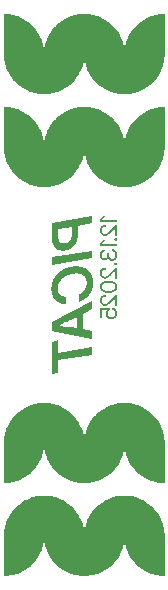
<source format=gbr>
%TF.GenerationSoftware,KiCad,Pcbnew,9.0.6*%
%TF.CreationDate,2025-12-14T11:18:03-08:00*%
%TF.ProjectId,devboard,64657662-6f61-4726-942e-6b696361645f,rev?*%
%TF.SameCoordinates,Original*%
%TF.FileFunction,Legend,Bot*%
%TF.FilePolarity,Positive*%
%FSLAX46Y46*%
G04 Gerber Fmt 4.6, Leading zero omitted, Abs format (unit mm)*
G04 Created by KiCad (PCBNEW 9.0.6) date 2025-12-14 11:18:03*
%MOMM*%
%LPD*%
G01*
G04 APERTURE LIST*
%ADD10C,0.000000*%
G04 APERTURE END LIST*
D10*
G36*
X78948975Y-90126682D02*
G01*
X79121595Y-90139807D01*
X79291704Y-90161421D01*
X79459089Y-90191310D01*
X79623536Y-90229261D01*
X79784832Y-90275061D01*
X79942764Y-90328496D01*
X80097117Y-90389353D01*
X80247679Y-90457417D01*
X80394235Y-90532476D01*
X80536573Y-90614315D01*
X80674478Y-90702722D01*
X80807738Y-90797483D01*
X80936138Y-90898384D01*
X81059465Y-91005212D01*
X81177507Y-91117754D01*
X81290048Y-91235795D01*
X81396876Y-91359123D01*
X81497777Y-91487523D01*
X81592538Y-91620783D01*
X81680945Y-91758688D01*
X81762785Y-91901026D01*
X81837844Y-92047582D01*
X81905908Y-92198143D01*
X81966764Y-92352497D01*
X82020199Y-92510428D01*
X82065999Y-92671724D01*
X82103951Y-92836172D01*
X82133840Y-93003556D01*
X82155454Y-93173666D01*
X82168579Y-93346285D01*
X82173001Y-93521202D01*
X82177424Y-93346285D01*
X82190549Y-93173666D01*
X82212163Y-93003556D01*
X82242052Y-92836172D01*
X82280004Y-92671724D01*
X82325804Y-92510428D01*
X82379239Y-92352497D01*
X82440095Y-92198143D01*
X82508159Y-92047582D01*
X82583218Y-91901026D01*
X82665058Y-91758688D01*
X82753465Y-91620783D01*
X82848226Y-91487523D01*
X82949127Y-91359123D01*
X83055955Y-91235795D01*
X83168496Y-91117754D01*
X83286538Y-91005212D01*
X83409865Y-90898384D01*
X83538265Y-90797483D01*
X83671525Y-90702722D01*
X83809430Y-90614315D01*
X83951768Y-90532476D01*
X84098324Y-90457417D01*
X84248886Y-90389353D01*
X84403239Y-90328496D01*
X84561171Y-90275061D01*
X84722467Y-90229261D01*
X84886914Y-90191310D01*
X85054299Y-90161421D01*
X85224408Y-90139807D01*
X85397028Y-90126682D01*
X85571945Y-90122259D01*
X85572685Y-90122259D01*
X85747569Y-90126682D01*
X85920161Y-90139807D01*
X86090245Y-90161421D01*
X86257609Y-90191310D01*
X86422040Y-90229261D01*
X86583322Y-90275061D01*
X86741243Y-90328496D01*
X86895588Y-90389353D01*
X87046144Y-90457417D01*
X87192698Y-90532476D01*
X87335035Y-90614315D01*
X87472942Y-90702722D01*
X87606206Y-90797483D01*
X87734611Y-90898384D01*
X87857945Y-91005212D01*
X87975995Y-91117754D01*
X88088545Y-91235795D01*
X88195383Y-91359123D01*
X88296295Y-91487523D01*
X88391067Y-91620783D01*
X88479486Y-91758688D01*
X88561337Y-91901026D01*
X88636407Y-92047582D01*
X88704482Y-92198143D01*
X88765349Y-92352497D01*
X88818794Y-92510428D01*
X88864603Y-92671724D01*
X88902562Y-92836172D01*
X88932458Y-93003556D01*
X88954076Y-93173666D01*
X88967204Y-93346285D01*
X88971628Y-93521202D01*
X88971628Y-96920516D01*
X88971258Y-96920516D01*
X88796341Y-96916094D01*
X88623722Y-96902969D01*
X88453613Y-96881355D01*
X88286228Y-96851465D01*
X88121781Y-96813514D01*
X87960484Y-96767714D01*
X87802553Y-96714279D01*
X87648200Y-96653423D01*
X87497638Y-96585358D01*
X87351082Y-96510300D01*
X87208744Y-96428460D01*
X87070839Y-96340053D01*
X86937579Y-96245292D01*
X86809179Y-96144391D01*
X86685851Y-96037563D01*
X86567810Y-95925021D01*
X86455269Y-95806980D01*
X86348441Y-95683653D01*
X86247539Y-95555252D01*
X86152778Y-95421993D01*
X86064371Y-95284087D01*
X85982532Y-95141750D01*
X85907473Y-94995193D01*
X85839409Y-94844632D01*
X85778552Y-94690279D01*
X85725117Y-94532347D01*
X85679317Y-94371051D01*
X85641366Y-94206604D01*
X85611476Y-94039219D01*
X85589862Y-93869110D01*
X85576737Y-93696490D01*
X85572315Y-93521573D01*
X85572315Y-93543795D01*
X85566829Y-93717736D01*
X85552733Y-93889374D01*
X85530239Y-94058497D01*
X85499557Y-94224894D01*
X85460899Y-94388355D01*
X85414476Y-94548668D01*
X85360499Y-94705623D01*
X85299179Y-94859007D01*
X85230727Y-95008611D01*
X85155354Y-95154223D01*
X85073271Y-95295632D01*
X84984689Y-95432627D01*
X84889820Y-95564997D01*
X84788874Y-95692530D01*
X84682063Y-95815016D01*
X84569597Y-95932244D01*
X84451688Y-96044003D01*
X84328546Y-96150080D01*
X84200384Y-96250267D01*
X84067411Y-96344350D01*
X83929839Y-96432120D01*
X83787878Y-96513365D01*
X83641741Y-96587874D01*
X83491638Y-96655437D01*
X83337781Y-96715841D01*
X83180379Y-96768876D01*
X83019645Y-96814331D01*
X82855789Y-96851995D01*
X82689023Y-96881656D01*
X82519557Y-96903104D01*
X82347603Y-96916128D01*
X82173372Y-96920516D01*
X82173001Y-96920516D01*
X82172632Y-96920516D01*
X81997748Y-96916094D01*
X81825160Y-96902969D01*
X81655080Y-96881355D01*
X81487723Y-96851465D01*
X81323301Y-96813514D01*
X81162029Y-96767714D01*
X81004119Y-96714279D01*
X80849787Y-96653423D01*
X80699244Y-96585358D01*
X80552704Y-96510300D01*
X80410382Y-96428460D01*
X80272491Y-96340053D01*
X80139245Y-96245292D01*
X80010856Y-96144391D01*
X79887539Y-96037563D01*
X79769507Y-95925021D01*
X79656974Y-95806980D01*
X79550153Y-95683653D01*
X79449258Y-95555252D01*
X79354502Y-95421993D01*
X79266100Y-95284087D01*
X79184264Y-95141750D01*
X79109208Y-94995193D01*
X79041146Y-94844632D01*
X78980292Y-94690279D01*
X78926858Y-94532347D01*
X78881059Y-94371051D01*
X78843109Y-94206604D01*
X78813220Y-94039219D01*
X78791606Y-93869110D01*
X78778481Y-93696490D01*
X78774059Y-93521573D01*
X78769635Y-93696490D01*
X78756507Y-93869110D01*
X78734888Y-94039219D01*
X78704992Y-94206604D01*
X78667033Y-94371051D01*
X78621225Y-94532347D01*
X78567780Y-94690279D01*
X78506913Y-94844632D01*
X78438838Y-94995193D01*
X78363767Y-95141750D01*
X78281916Y-95284087D01*
X78193498Y-95421993D01*
X78098726Y-95555252D01*
X77997814Y-95683653D01*
X77890976Y-95806980D01*
X77778425Y-95925021D01*
X77660376Y-96037563D01*
X77537041Y-96144391D01*
X77408636Y-96245292D01*
X77275372Y-96340053D01*
X77137465Y-96428460D01*
X76995128Y-96510300D01*
X76848574Y-96585358D01*
X76698018Y-96653423D01*
X76543673Y-96714279D01*
X76385752Y-96767714D01*
X76224470Y-96813514D01*
X76060040Y-96851465D01*
X75892675Y-96881355D01*
X75722591Y-96902969D01*
X75550000Y-96916094D01*
X75375115Y-96920516D01*
X75374745Y-96920516D01*
X75374745Y-93521202D01*
X75379167Y-93346285D01*
X75392292Y-93173666D01*
X75413906Y-93003556D01*
X75443796Y-92836172D01*
X75481747Y-92671724D01*
X75527547Y-92510428D01*
X75580982Y-92352497D01*
X75641838Y-92198143D01*
X75709903Y-92047582D01*
X75784961Y-91901026D01*
X75866801Y-91758688D01*
X75955208Y-91620783D01*
X76049969Y-91487523D01*
X76150870Y-91359123D01*
X76257698Y-91235795D01*
X76370240Y-91117754D01*
X76488281Y-91005212D01*
X76611608Y-90898384D01*
X76740009Y-90797483D01*
X76873268Y-90702722D01*
X77011174Y-90614315D01*
X77153511Y-90532476D01*
X77300068Y-90457417D01*
X77450629Y-90389353D01*
X77604983Y-90328496D01*
X77762914Y-90275061D01*
X77924210Y-90229261D01*
X78088657Y-90191310D01*
X78256042Y-90161421D01*
X78426152Y-90139807D01*
X78598771Y-90126682D01*
X78773688Y-90122259D01*
X78774059Y-90122259D01*
X78948975Y-90126682D01*
G37*
G36*
X84937739Y-75992350D02*
G01*
X84784797Y-75992350D01*
X84784797Y-75288426D01*
X84782836Y-75288426D01*
X84431854Y-75672740D01*
X84396928Y-75711075D01*
X84379740Y-75729223D01*
X84362736Y-75746699D01*
X84345916Y-75763508D01*
X84329280Y-75779657D01*
X84312828Y-75795151D01*
X84296560Y-75809996D01*
X84280475Y-75824197D01*
X84264574Y-75837761D01*
X84248858Y-75850693D01*
X84233324Y-75862999D01*
X84217975Y-75874684D01*
X84202810Y-75885755D01*
X84187828Y-75896217D01*
X84173031Y-75906075D01*
X84158600Y-75915335D01*
X84143986Y-75923998D01*
X84129188Y-75932063D01*
X84114207Y-75939531D01*
X84099041Y-75946401D01*
X84083692Y-75952674D01*
X84068159Y-75958350D01*
X84052442Y-75963428D01*
X84036541Y-75967909D01*
X84020456Y-75971792D01*
X84004187Y-75975078D01*
X83987735Y-75977766D01*
X83971099Y-75979857D01*
X83954279Y-75981351D01*
X83937275Y-75982247D01*
X83920088Y-75982546D01*
X83904372Y-75982316D01*
X83888845Y-75981627D01*
X83873514Y-75980478D01*
X83858384Y-75978869D01*
X83843461Y-75976801D01*
X83828750Y-75974274D01*
X83814258Y-75971286D01*
X83799989Y-75967840D01*
X83785951Y-75963933D01*
X83772148Y-75959568D01*
X83758586Y-75954742D01*
X83745271Y-75949457D01*
X83732209Y-75943713D01*
X83719406Y-75937509D01*
X83706866Y-75930845D01*
X83694597Y-75923722D01*
X83682647Y-75916208D01*
X83671060Y-75908369D01*
X83659828Y-75900202D01*
X83648947Y-75891706D01*
X83638411Y-75882876D01*
X83628213Y-75873710D01*
X83618349Y-75864205D01*
X83608812Y-75854359D01*
X83599597Y-75844168D01*
X83590698Y-75833629D01*
X83582109Y-75822740D01*
X83573824Y-75811497D01*
X83565838Y-75799899D01*
X83558145Y-75787941D01*
X83550740Y-75775621D01*
X83543616Y-75762937D01*
X83536860Y-75749955D01*
X83530560Y-75736742D01*
X83524715Y-75723300D01*
X83519320Y-75709628D01*
X83514374Y-75695726D01*
X83509873Y-75681595D01*
X83505814Y-75667234D01*
X83502194Y-75652643D01*
X83499011Y-75637822D01*
X83496262Y-75622771D01*
X83493944Y-75607491D01*
X83492053Y-75591981D01*
X83490588Y-75576241D01*
X83489545Y-75560271D01*
X83488921Y-75544071D01*
X83488714Y-75527642D01*
X83488944Y-75510133D01*
X83489637Y-75492899D01*
X83490795Y-75475941D01*
X83492421Y-75459259D01*
X83494518Y-75442853D01*
X83497089Y-75426722D01*
X83500137Y-75410868D01*
X83503665Y-75395289D01*
X83507675Y-75379985D01*
X83512171Y-75364958D01*
X83517154Y-75350206D01*
X83522629Y-75335730D01*
X83528598Y-75321529D01*
X83535064Y-75307605D01*
X83542030Y-75293956D01*
X83549498Y-75280583D01*
X83557403Y-75267553D01*
X83565675Y-75254932D01*
X83574314Y-75242712D01*
X83583322Y-75230889D01*
X83592697Y-75219456D01*
X83602440Y-75208408D01*
X83612550Y-75197740D01*
X83623028Y-75187444D01*
X83633874Y-75177517D01*
X83645087Y-75167951D01*
X83656668Y-75158742D01*
X83668616Y-75149882D01*
X83680932Y-75141368D01*
X83693616Y-75133193D01*
X83706668Y-75125350D01*
X83720087Y-75117836D01*
X83734151Y-75110712D01*
X83748407Y-75104049D01*
X83762865Y-75097845D01*
X83777532Y-75092100D01*
X83792418Y-75086816D01*
X83807530Y-75081990D01*
X83822878Y-75077625D01*
X83838470Y-75073718D01*
X83854315Y-75070272D01*
X83870421Y-75067285D01*
X83886797Y-75064757D01*
X83903452Y-75062689D01*
X83920393Y-75061081D01*
X83937631Y-75059932D01*
X83955173Y-75059243D01*
X83973029Y-75059013D01*
X83973029Y-75219798D01*
X83954164Y-75220119D01*
X83935805Y-75221081D01*
X83917951Y-75222680D01*
X83900602Y-75224914D01*
X83883760Y-75227780D01*
X83867422Y-75231275D01*
X83851590Y-75235396D01*
X83836264Y-75240141D01*
X83821443Y-75245506D01*
X83807128Y-75251488D01*
X83793318Y-75258085D01*
X83780014Y-75265294D01*
X83767215Y-75273112D01*
X83754922Y-75281535D01*
X83743134Y-75290562D01*
X83731852Y-75300190D01*
X83720822Y-75310715D01*
X83710525Y-75321705D01*
X83700957Y-75333166D01*
X83692115Y-75345104D01*
X83683998Y-75357525D01*
X83676601Y-75370434D01*
X83669923Y-75383837D01*
X83663960Y-75397739D01*
X83658709Y-75412148D01*
X83654167Y-75427067D01*
X83650332Y-75442504D01*
X83647201Y-75458463D01*
X83644771Y-75474950D01*
X83643038Y-75491972D01*
X83642001Y-75509534D01*
X83641656Y-75527642D01*
X83641955Y-75544346D01*
X83642851Y-75560631D01*
X83644344Y-75576491D01*
X83646435Y-75591920D01*
X83649124Y-75606912D01*
X83652410Y-75621462D01*
X83656293Y-75635563D01*
X83660773Y-75649211D01*
X83665852Y-75662400D01*
X83671527Y-75675123D01*
X83677800Y-75687375D01*
X83684670Y-75699150D01*
X83692138Y-75710443D01*
X83700203Y-75721247D01*
X83708866Y-75731557D01*
X83718126Y-75741368D01*
X83727893Y-75750973D01*
X83738075Y-75759938D01*
X83748677Y-75768266D01*
X83759701Y-75775958D01*
X83771151Y-75783018D01*
X83783028Y-75789450D01*
X83795336Y-75795255D01*
X83808078Y-75800437D01*
X83821256Y-75804999D01*
X83834874Y-75808943D01*
X83848934Y-75812272D01*
X83863439Y-75814990D01*
X83878393Y-75817098D01*
X83893797Y-75818601D01*
X83909655Y-75819500D01*
X83925970Y-75819800D01*
X83935115Y-75819707D01*
X83944165Y-75819424D01*
X83953117Y-75818946D01*
X83961969Y-75818268D01*
X83970718Y-75817382D01*
X83979360Y-75816284D01*
X83987893Y-75814967D01*
X83996314Y-75813427D01*
X84004620Y-75811657D01*
X84012808Y-75809651D01*
X84020876Y-75807404D01*
X84028820Y-75804910D01*
X84036638Y-75802163D01*
X84044326Y-75799158D01*
X84051883Y-75795888D01*
X84059304Y-75792349D01*
X84067025Y-75788925D01*
X84074745Y-75785272D01*
X84082466Y-75781388D01*
X84090186Y-75777275D01*
X84097907Y-75772932D01*
X84105628Y-75768359D01*
X84113348Y-75763557D01*
X84121069Y-75758525D01*
X84128789Y-75753263D01*
X84136510Y-75747771D01*
X84144231Y-75742049D01*
X84151951Y-75736098D01*
X84159672Y-75729917D01*
X84167393Y-75723506D01*
X84175113Y-75716865D01*
X84182834Y-75709995D01*
X84199286Y-75694825D01*
X84216290Y-75678714D01*
X84233845Y-75661638D01*
X84251952Y-75643573D01*
X84270610Y-75624498D01*
X84289820Y-75604389D01*
X84309581Y-75583222D01*
X84329893Y-75560975D01*
X84792640Y-75055090D01*
X84937739Y-75055090D01*
X84937739Y-75992350D01*
G37*
G36*
X84539360Y-82072829D02*
G01*
X84554522Y-82074254D01*
X84569495Y-82076138D01*
X84584275Y-82078482D01*
X84598860Y-82081286D01*
X84613247Y-82084549D01*
X84627432Y-82088272D01*
X84641414Y-82092454D01*
X84655189Y-82097096D01*
X84668754Y-82102197D01*
X84682107Y-82107758D01*
X84695244Y-82113778D01*
X84708163Y-82120258D01*
X84720861Y-82127198D01*
X84733334Y-82134597D01*
X84745581Y-82142456D01*
X84757553Y-82150727D01*
X84769206Y-82159363D01*
X84780544Y-82168361D01*
X84791568Y-82177718D01*
X84802282Y-82187432D01*
X84812689Y-82197498D01*
X84822791Y-82207916D01*
X84832591Y-82218680D01*
X84842093Y-82229790D01*
X84851299Y-82241241D01*
X84860212Y-82253031D01*
X84868835Y-82265158D01*
X84877171Y-82277617D01*
X84885223Y-82290407D01*
X84892992Y-82303525D01*
X84900484Y-82316967D01*
X84907262Y-82330684D01*
X84913623Y-82344632D01*
X84919566Y-82358809D01*
X84925086Y-82373216D01*
X84930181Y-82387852D01*
X84934848Y-82402719D01*
X84939084Y-82417816D01*
X84942886Y-82433142D01*
X84946252Y-82448698D01*
X84949178Y-82464484D01*
X84951662Y-82480500D01*
X84953701Y-82496745D01*
X84955292Y-82513220D01*
X84956432Y-82529925D01*
X84957118Y-82546860D01*
X84957347Y-82564025D01*
X84957095Y-82581556D01*
X84956340Y-82598851D01*
X84955085Y-82615906D01*
X84953333Y-82632713D01*
X84951088Y-82649268D01*
X84948351Y-82665564D01*
X84945126Y-82681596D01*
X84941415Y-82697358D01*
X84937222Y-82712844D01*
X84932550Y-82728049D01*
X84927400Y-82742966D01*
X84921777Y-82757591D01*
X84915682Y-82771917D01*
X84909120Y-82785938D01*
X84902092Y-82799650D01*
X84894601Y-82813045D01*
X84886696Y-82826118D01*
X84878421Y-82838864D01*
X84869772Y-82851277D01*
X84860747Y-82863351D01*
X84851343Y-82875080D01*
X84841556Y-82886459D01*
X84831385Y-82897481D01*
X84820826Y-82908142D01*
X84809877Y-82918436D01*
X84798534Y-82928356D01*
X84786794Y-82937897D01*
X84774656Y-82947053D01*
X84762115Y-82955818D01*
X84749169Y-82964187D01*
X84735816Y-82972154D01*
X84722051Y-82979714D01*
X84708310Y-82987182D01*
X84694294Y-82994147D01*
X84680001Y-83000612D01*
X84665433Y-83006581D01*
X84650590Y-83012056D01*
X84635470Y-83017040D01*
X84620075Y-83021535D01*
X84604404Y-83025546D01*
X84588457Y-83029073D01*
X84572235Y-83032121D01*
X84555737Y-83034693D01*
X84538963Y-83036790D01*
X84521913Y-83038416D01*
X84504588Y-83039575D01*
X84486986Y-83040267D01*
X84469109Y-83040498D01*
X84451578Y-83040268D01*
X84434278Y-83039582D01*
X84417215Y-83038442D01*
X84400390Y-83036851D01*
X84383806Y-83034812D01*
X84367466Y-83032328D01*
X84351373Y-83029402D01*
X84335530Y-83026036D01*
X84319940Y-83022234D01*
X84304606Y-83017998D01*
X84289530Y-83013331D01*
X84274715Y-83008236D01*
X84260165Y-83002716D01*
X84245882Y-82996775D01*
X84231869Y-82990414D01*
X84218128Y-82983636D01*
X84204709Y-82976490D01*
X84191654Y-82969018D01*
X84178961Y-82961219D01*
X84166627Y-82953090D01*
X84154649Y-82944628D01*
X84143024Y-82935829D01*
X84131750Y-82926692D01*
X84120824Y-82917212D01*
X84110242Y-82907388D01*
X84100002Y-82897217D01*
X84090101Y-82886695D01*
X84080536Y-82875820D01*
X84071304Y-82864589D01*
X84062402Y-82852999D01*
X84053828Y-82841047D01*
X84045578Y-82828730D01*
X84038110Y-82816093D01*
X84031144Y-82803187D01*
X84024678Y-82790015D01*
X84018709Y-82776586D01*
X84013234Y-82762903D01*
X84008251Y-82748974D01*
X84003755Y-82734803D01*
X83999745Y-82720397D01*
X83996217Y-82705761D01*
X83993169Y-82690901D01*
X83990598Y-82675823D01*
X83988501Y-82660532D01*
X83986875Y-82645034D01*
X83985717Y-82629336D01*
X83985024Y-82613441D01*
X83984794Y-82597358D01*
X83985345Y-82572266D01*
X83987000Y-82547726D01*
X83989757Y-82523737D01*
X83993618Y-82500300D01*
X83998581Y-82477414D01*
X84004647Y-82455079D01*
X84011816Y-82433296D01*
X84020088Y-82412064D01*
X84029463Y-82391384D01*
X84039941Y-82371255D01*
X84051522Y-82351677D01*
X84064206Y-82332651D01*
X84077993Y-82314177D01*
X84092882Y-82296253D01*
X84108875Y-82278881D01*
X84125971Y-82262061D01*
X84125971Y-82260103D01*
X83665184Y-82293436D01*
X83665184Y-82962063D01*
X83510282Y-82962063D01*
X83510282Y-82138533D01*
X84324011Y-82089515D01*
X84324011Y-82256181D01*
X84313120Y-82260431D01*
X84302511Y-82265096D01*
X84292189Y-82270174D01*
X84282160Y-82275666D01*
X84272430Y-82281571D01*
X84263004Y-82287890D01*
X84253889Y-82294623D01*
X84245089Y-82301769D01*
X84236611Y-82309329D01*
X84228461Y-82317303D01*
X84220643Y-82325690D01*
X84213165Y-82334490D01*
X84206031Y-82343705D01*
X84199248Y-82353332D01*
X84192821Y-82363373D01*
X84186756Y-82373828D01*
X84181057Y-82384605D01*
X84175726Y-82395615D01*
X84170763Y-82406860D01*
X84166167Y-82418343D01*
X84161939Y-82430068D01*
X84158079Y-82442038D01*
X84154586Y-82454254D01*
X84151461Y-82466720D01*
X84148704Y-82479439D01*
X84146314Y-82492414D01*
X84144292Y-82505647D01*
X84142637Y-82519141D01*
X84141350Y-82532900D01*
X84140431Y-82546926D01*
X84139880Y-82561221D01*
X84139696Y-82575790D01*
X84139857Y-82586749D01*
X84140343Y-82597565D01*
X84141157Y-82608231D01*
X84142300Y-82618742D01*
X84143777Y-82629093D01*
X84145590Y-82639277D01*
X84147742Y-82649289D01*
X84150236Y-82659122D01*
X84153074Y-82668772D01*
X84156260Y-82678232D01*
X84159796Y-82687497D01*
X84163686Y-82696561D01*
X84167931Y-82705418D01*
X84172536Y-82714063D01*
X84177503Y-82722489D01*
X84182834Y-82730691D01*
X84188118Y-82739032D01*
X84193676Y-82747143D01*
X84199503Y-82755025D01*
X84205598Y-82762677D01*
X84211956Y-82770099D01*
X84218576Y-82777291D01*
X84225455Y-82784253D01*
X84232589Y-82790986D01*
X84239976Y-82797489D01*
X84247613Y-82803762D01*
X84255497Y-82809806D01*
X84263625Y-82815619D01*
X84271994Y-82821203D01*
X84280602Y-82826557D01*
X84289445Y-82831681D01*
X84298521Y-82836576D01*
X84308149Y-82840871D01*
X84317918Y-82844931D01*
X84327831Y-82848750D01*
X84337890Y-82852322D01*
X84348098Y-82855642D01*
X84358459Y-82858702D01*
X84368975Y-82861499D01*
X84379648Y-82864025D01*
X84390483Y-82866276D01*
X84401481Y-82868245D01*
X84412646Y-82869927D01*
X84423981Y-82871317D01*
X84435487Y-82872407D01*
X84447169Y-82873193D01*
X84459029Y-82873669D01*
X84471070Y-82873829D01*
X84483111Y-82873668D01*
X84494967Y-82873189D01*
X84506640Y-82872394D01*
X84518129Y-82871286D01*
X84529435Y-82869868D01*
X84540556Y-82868142D01*
X84551494Y-82866112D01*
X84562247Y-82863780D01*
X84572817Y-82861150D01*
X84583203Y-82858224D01*
X84593406Y-82855005D01*
X84603424Y-82851495D01*
X84613259Y-82847699D01*
X84622909Y-82843618D01*
X84632376Y-82839256D01*
X84641659Y-82834616D01*
X84651081Y-82829375D01*
X84660229Y-82823945D01*
X84669108Y-82818320D01*
X84677720Y-82812494D01*
X84686067Y-82806461D01*
X84694153Y-82800215D01*
X84701980Y-82793752D01*
X84709552Y-82787064D01*
X84716871Y-82780146D01*
X84723940Y-82772993D01*
X84730762Y-82765599D01*
X84737340Y-82757958D01*
X84743676Y-82750064D01*
X84749774Y-82741911D01*
X84755637Y-82733495D01*
X84761267Y-82724808D01*
X84766275Y-82716238D01*
X84771002Y-82707444D01*
X84775442Y-82698432D01*
X84779589Y-82689207D01*
X84783436Y-82679776D01*
X84786980Y-82670144D01*
X84790213Y-82660316D01*
X84793130Y-82650298D01*
X84795726Y-82640097D01*
X84797994Y-82629718D01*
X84799929Y-82619166D01*
X84801525Y-82608448D01*
X84802776Y-82597569D01*
X84803677Y-82586535D01*
X84804222Y-82575352D01*
X84804405Y-82564025D01*
X84804084Y-82547664D01*
X84803122Y-82531667D01*
X84801523Y-82516033D01*
X84799288Y-82500758D01*
X84796422Y-82485839D01*
X84792927Y-82471273D01*
X84788806Y-82457058D01*
X84784062Y-82443190D01*
X84778697Y-82429667D01*
X84772714Y-82416485D01*
X84766117Y-82403643D01*
X84758908Y-82391137D01*
X84751091Y-82378964D01*
X84742667Y-82367121D01*
X84733640Y-82355606D01*
X84724012Y-82344415D01*
X84714248Y-82333684D01*
X84704079Y-82323551D01*
X84693513Y-82314015D01*
X84682560Y-82305077D01*
X84671228Y-82296736D01*
X84659525Y-82288992D01*
X84647460Y-82281846D01*
X84635042Y-82275297D01*
X84622279Y-82269346D01*
X84609180Y-82263992D01*
X84595753Y-82259236D01*
X84582008Y-82255077D01*
X84567953Y-82251515D01*
X84553596Y-82248551D01*
X84538946Y-82246184D01*
X84524011Y-82244415D01*
X84524011Y-82071864D01*
X84539360Y-82072829D01*
G37*
G36*
X84840020Y-76169023D02*
G01*
X84846125Y-76169437D01*
X84852128Y-76170126D01*
X84858020Y-76171091D01*
X84863799Y-76172332D01*
X84869456Y-76173848D01*
X84874987Y-76175641D01*
X84880386Y-76177709D01*
X84885647Y-76180053D01*
X84890764Y-76182672D01*
X84895732Y-76185567D01*
X84900545Y-76188738D01*
X84905197Y-76192185D01*
X84909683Y-76195908D01*
X84913996Y-76199906D01*
X84918131Y-76204180D01*
X84922405Y-76208638D01*
X84926403Y-76213191D01*
X84930125Y-76217842D01*
X84933572Y-76222593D01*
X84936743Y-76227448D01*
X84939638Y-76232409D01*
X84942258Y-76237479D01*
X84944601Y-76242661D01*
X84946669Y-76247958D01*
X84948462Y-76253372D01*
X84949978Y-76258908D01*
X84951219Y-76264566D01*
X84952184Y-76270351D01*
X84952873Y-76276266D01*
X84953287Y-76282312D01*
X84953425Y-76288494D01*
X84953287Y-76294697D01*
X84952873Y-76300802D01*
X84952184Y-76306804D01*
X84951219Y-76312697D01*
X84949978Y-76318475D01*
X84948462Y-76324133D01*
X84946669Y-76329664D01*
X84944601Y-76335063D01*
X84942258Y-76340324D01*
X84939638Y-76345441D01*
X84936743Y-76350409D01*
X84933572Y-76355222D01*
X84930125Y-76359874D01*
X84926403Y-76364360D01*
X84922405Y-76368673D01*
X84918131Y-76372808D01*
X84913996Y-76377082D01*
X84909683Y-76381080D01*
X84905197Y-76384803D01*
X84900545Y-76388249D01*
X84895732Y-76391420D01*
X84890764Y-76394316D01*
X84885647Y-76396935D01*
X84880386Y-76399279D01*
X84874987Y-76401347D01*
X84869456Y-76403139D01*
X84863799Y-76404656D01*
X84858020Y-76405897D01*
X84852128Y-76406862D01*
X84846125Y-76407551D01*
X84840020Y-76407965D01*
X84833817Y-76408103D01*
X84827635Y-76407965D01*
X84821589Y-76407551D01*
X84815674Y-76406862D01*
X84809889Y-76405897D01*
X84804230Y-76404656D01*
X84798695Y-76403139D01*
X84793280Y-76401347D01*
X84787983Y-76399279D01*
X84782801Y-76396935D01*
X84777731Y-76394316D01*
X84772771Y-76391420D01*
X84767916Y-76388249D01*
X84763165Y-76384803D01*
X84758514Y-76381080D01*
X84753961Y-76377082D01*
X84749503Y-76372808D01*
X84745229Y-76368673D01*
X84741231Y-76364360D01*
X84737508Y-76359874D01*
X84734062Y-76355222D01*
X84730891Y-76350409D01*
X84727995Y-76345441D01*
X84725376Y-76340324D01*
X84723032Y-76335063D01*
X84720964Y-76329664D01*
X84719172Y-76324133D01*
X84717655Y-76318475D01*
X84716414Y-76312697D01*
X84715449Y-76306804D01*
X84714760Y-76300802D01*
X84714346Y-76294697D01*
X84714209Y-76288494D01*
X84714346Y-76282312D01*
X84714760Y-76276266D01*
X84715449Y-76270351D01*
X84716414Y-76264566D01*
X84717655Y-76258908D01*
X84719172Y-76253372D01*
X84720964Y-76247958D01*
X84723032Y-76242661D01*
X84725376Y-76237479D01*
X84727995Y-76232409D01*
X84730891Y-76227448D01*
X84734062Y-76222593D01*
X84737508Y-76217842D01*
X84741231Y-76213191D01*
X84745229Y-76208638D01*
X84749503Y-76204180D01*
X84753961Y-76199906D01*
X84758514Y-76195908D01*
X84763165Y-76192185D01*
X84767916Y-76188738D01*
X84772771Y-76185567D01*
X84777731Y-76182672D01*
X84782801Y-76180053D01*
X84787983Y-76177709D01*
X84793280Y-76175641D01*
X84798695Y-76173848D01*
X84804230Y-76172332D01*
X84809889Y-76171091D01*
X84815674Y-76170126D01*
X84821589Y-76169437D01*
X84827635Y-76169023D01*
X84833817Y-76168885D01*
X84840020Y-76169023D01*
G37*
G36*
X84937739Y-81914936D02*
G01*
X84784797Y-81914936D01*
X84784797Y-81211011D01*
X84782836Y-81211011D01*
X84431854Y-81595327D01*
X84396928Y-81633663D01*
X84379740Y-81651811D01*
X84362736Y-81669287D01*
X84345916Y-81686096D01*
X84329280Y-81702245D01*
X84312828Y-81717738D01*
X84296560Y-81732583D01*
X84280475Y-81746784D01*
X84264574Y-81760348D01*
X84248858Y-81773279D01*
X84233324Y-81785585D01*
X84217975Y-81797270D01*
X84202810Y-81808340D01*
X84187828Y-81818801D01*
X84173031Y-81828659D01*
X84158600Y-81837920D01*
X84143986Y-81846583D01*
X84129188Y-81854649D01*
X84114207Y-81862117D01*
X84099041Y-81868988D01*
X84083692Y-81875261D01*
X84068159Y-81880937D01*
X84052442Y-81886016D01*
X84036541Y-81890496D01*
X84020456Y-81894380D01*
X84004187Y-81897666D01*
X83987735Y-81900354D01*
X83971099Y-81902445D01*
X83954279Y-81903939D01*
X83937275Y-81904835D01*
X83920088Y-81905134D01*
X83904372Y-81904904D01*
X83888845Y-81904215D01*
X83873514Y-81903066D01*
X83858384Y-81901457D01*
X83843461Y-81899389D01*
X83828750Y-81896861D01*
X83814258Y-81893874D01*
X83799989Y-81890427D01*
X83785951Y-81886520D01*
X83772148Y-81882155D01*
X83758586Y-81877329D01*
X83745271Y-81872044D01*
X83732209Y-81866300D01*
X83719406Y-81860096D01*
X83706866Y-81853433D01*
X83694597Y-81846310D01*
X83682647Y-81838795D01*
X83671060Y-81830956D01*
X83659828Y-81822789D01*
X83648947Y-81814292D01*
X83638411Y-81805462D01*
X83628213Y-81796296D01*
X83618349Y-81786792D01*
X83608812Y-81776945D01*
X83599597Y-81766754D01*
X83590698Y-81756215D01*
X83582109Y-81745326D01*
X83573824Y-81734083D01*
X83565838Y-81722485D01*
X83558145Y-81710527D01*
X83550740Y-81698208D01*
X83543616Y-81685524D01*
X83536860Y-81672541D01*
X83530560Y-81659329D01*
X83524715Y-81645886D01*
X83519320Y-81632214D01*
X83514374Y-81618312D01*
X83509873Y-81604181D01*
X83505814Y-81589819D01*
X83502194Y-81575228D01*
X83499011Y-81560408D01*
X83496262Y-81545357D01*
X83493944Y-81530077D01*
X83492053Y-81514567D01*
X83490588Y-81498827D01*
X83489545Y-81482857D01*
X83488921Y-81466658D01*
X83488714Y-81450229D01*
X83488944Y-81432719D01*
X83489637Y-81415486D01*
X83490795Y-81398528D01*
X83492421Y-81381846D01*
X83494518Y-81365440D01*
X83497089Y-81349309D01*
X83500137Y-81333455D01*
X83503665Y-81317876D01*
X83507675Y-81302573D01*
X83512171Y-81287546D01*
X83517154Y-81272794D01*
X83522629Y-81258318D01*
X83528598Y-81244118D01*
X83535064Y-81230193D01*
X83542030Y-81216544D01*
X83549498Y-81203171D01*
X83557403Y-81190141D01*
X83565675Y-81177519D01*
X83574314Y-81165299D01*
X83583322Y-81153476D01*
X83592697Y-81142043D01*
X83602440Y-81130995D01*
X83612550Y-81120327D01*
X83623028Y-81110032D01*
X83633874Y-81100104D01*
X83645087Y-81090539D01*
X83656668Y-81081329D01*
X83668616Y-81072470D01*
X83680932Y-81063956D01*
X83693616Y-81055780D01*
X83706668Y-81047938D01*
X83720087Y-81040422D01*
X83734151Y-81033300D01*
X83748407Y-81026636D01*
X83762865Y-81020433D01*
X83777532Y-81014688D01*
X83792418Y-81009403D01*
X83807530Y-81004578D01*
X83822878Y-81000212D01*
X83838470Y-80996306D01*
X83854315Y-80992859D01*
X83870421Y-80989871D01*
X83886797Y-80987344D01*
X83903452Y-80985275D01*
X83920393Y-80983667D01*
X83937631Y-80982518D01*
X83955173Y-80981828D01*
X83973029Y-80981599D01*
X83973029Y-81142385D01*
X83954164Y-81142706D01*
X83935805Y-81143668D01*
X83917951Y-81145267D01*
X83900602Y-81147501D01*
X83883760Y-81150367D01*
X83867422Y-81153862D01*
X83851590Y-81157983D01*
X83836264Y-81162728D01*
X83821443Y-81168092D01*
X83807128Y-81174075D01*
X83793318Y-81180672D01*
X83780014Y-81187881D01*
X83767215Y-81195698D01*
X83754922Y-81204122D01*
X83743134Y-81213149D01*
X83731852Y-81222776D01*
X83720822Y-81233301D01*
X83710525Y-81244291D01*
X83700957Y-81255752D01*
X83692115Y-81267690D01*
X83683998Y-81280111D01*
X83676601Y-81293020D01*
X83669923Y-81306423D01*
X83663960Y-81320326D01*
X83658709Y-81334734D01*
X83654167Y-81349654D01*
X83650332Y-81365090D01*
X83647201Y-81381049D01*
X83644771Y-81397537D01*
X83643038Y-81414559D01*
X83642001Y-81432121D01*
X83641656Y-81450229D01*
X83641955Y-81466933D01*
X83642851Y-81483218D01*
X83644344Y-81499078D01*
X83646435Y-81514506D01*
X83649124Y-81529499D01*
X83652410Y-81544049D01*
X83656293Y-81558150D01*
X83660773Y-81571798D01*
X83665852Y-81584987D01*
X83671527Y-81597710D01*
X83677800Y-81609962D01*
X83684670Y-81621737D01*
X83692138Y-81633030D01*
X83700203Y-81643835D01*
X83708866Y-81654145D01*
X83718126Y-81663956D01*
X83727893Y-81673561D01*
X83738075Y-81682525D01*
X83748677Y-81690852D01*
X83759701Y-81698544D01*
X83771151Y-81705605D01*
X83783028Y-81712036D01*
X83795336Y-81717842D01*
X83808078Y-81723024D01*
X83821256Y-81727586D01*
X83834874Y-81731530D01*
X83848934Y-81734859D01*
X83863439Y-81737577D01*
X83878393Y-81739686D01*
X83893797Y-81741189D01*
X83909655Y-81742089D01*
X83925970Y-81742388D01*
X83935115Y-81742295D01*
X83944165Y-81742012D01*
X83953117Y-81741535D01*
X83961969Y-81740856D01*
X83970718Y-81739970D01*
X83979360Y-81738872D01*
X83987893Y-81737556D01*
X83996314Y-81736015D01*
X84004620Y-81734245D01*
X84012808Y-81732239D01*
X84020876Y-81729992D01*
X84028820Y-81727497D01*
X84036638Y-81724750D01*
X84044326Y-81721745D01*
X84051883Y-81718475D01*
X84059304Y-81714935D01*
X84067025Y-81711511D01*
X84074745Y-81707858D01*
X84082466Y-81703975D01*
X84090186Y-81699862D01*
X84097907Y-81695519D01*
X84105628Y-81690946D01*
X84113348Y-81686144D01*
X84121069Y-81681112D01*
X84128789Y-81675850D01*
X84136510Y-81670358D01*
X84144231Y-81664636D01*
X84151951Y-81658685D01*
X84159672Y-81652504D01*
X84167393Y-81646093D01*
X84175113Y-81639453D01*
X84182834Y-81632583D01*
X84199286Y-81617414D01*
X84216290Y-81601302D01*
X84233845Y-81584226D01*
X84251952Y-81566161D01*
X84270610Y-81547086D01*
X84289820Y-81526976D01*
X84309581Y-81505809D01*
X84329893Y-81483562D01*
X84792640Y-80977679D01*
X84937739Y-80977679D01*
X84937739Y-81914936D01*
G37*
G36*
X84253683Y-79779332D02*
G01*
X84280935Y-79780087D01*
X84307727Y-79781342D01*
X84334060Y-79783093D01*
X84359933Y-79785339D01*
X84385347Y-79788076D01*
X84410301Y-79791301D01*
X84434795Y-79795011D01*
X84458830Y-79799204D01*
X84482406Y-79803877D01*
X84505522Y-79809026D01*
X84528178Y-79814650D01*
X84550375Y-79820745D01*
X84572112Y-79827307D01*
X84593389Y-79834336D01*
X84614208Y-79841826D01*
X84634520Y-79850099D01*
X84654278Y-79858741D01*
X84673478Y-79867758D01*
X84692119Y-79877150D01*
X84710196Y-79886922D01*
X84727708Y-79897076D01*
X84744651Y-79907614D01*
X84761022Y-79918541D01*
X84776819Y-79929858D01*
X84792039Y-79941569D01*
X84806678Y-79953676D01*
X84820735Y-79966182D01*
X84834205Y-79979091D01*
X84847087Y-79992404D01*
X84859377Y-80006125D01*
X84871072Y-80020258D01*
X84881779Y-80034779D01*
X84891836Y-80049666D01*
X84901239Y-80064914D01*
X84909981Y-80080521D01*
X84918057Y-80096485D01*
X84925461Y-80112801D01*
X84932187Y-80129468D01*
X84938229Y-80146483D01*
X84943582Y-80163842D01*
X84948240Y-80181543D01*
X84952197Y-80199584D01*
X84955447Y-80217960D01*
X84957985Y-80236669D01*
X84959805Y-80255709D01*
X84960902Y-80275076D01*
X84961268Y-80294768D01*
X84960902Y-80314115D01*
X84959805Y-80333180D01*
X84957985Y-80351958D01*
X84955447Y-80370443D01*
X84952197Y-80388629D01*
X84948240Y-80406511D01*
X84943582Y-80424082D01*
X84938229Y-80441338D01*
X84932187Y-80458272D01*
X84925461Y-80474878D01*
X84918057Y-80491152D01*
X84909981Y-80507086D01*
X84901239Y-80522676D01*
X84891836Y-80537915D01*
X84881779Y-80552798D01*
X84871072Y-80567319D01*
X84859377Y-80581796D01*
X84847087Y-80595816D01*
X84834205Y-80609382D01*
X84820735Y-80622497D01*
X84806678Y-80635164D01*
X84792039Y-80647386D01*
X84776819Y-80659165D01*
X84761022Y-80670505D01*
X84744651Y-80681408D01*
X84727708Y-80691878D01*
X84710196Y-80701917D01*
X84692119Y-80711528D01*
X84673478Y-80720714D01*
X84654278Y-80729478D01*
X84634520Y-80737823D01*
X84614208Y-80745751D01*
X84593389Y-80753564D01*
X84572112Y-80760832D01*
X84550375Y-80767559D01*
X84528178Y-80773752D01*
X84505522Y-80779417D01*
X84482406Y-80784559D01*
X84458830Y-80789185D01*
X84434795Y-80793299D01*
X84410301Y-80796907D01*
X84385347Y-80800016D01*
X84334060Y-80804757D01*
X84280935Y-80807568D01*
X84225972Y-80808495D01*
X84170277Y-80807568D01*
X84143126Y-80806401D01*
X84116443Y-80804757D01*
X84090231Y-80802630D01*
X84064493Y-80800016D01*
X84039232Y-80796907D01*
X84014451Y-80793299D01*
X83990152Y-80789185D01*
X83966339Y-80784559D01*
X83943014Y-80779417D01*
X83920180Y-80773752D01*
X83897840Y-80767559D01*
X83875997Y-80760832D01*
X83854654Y-80753564D01*
X83833813Y-80745751D01*
X83813523Y-80737823D01*
X83793828Y-80729478D01*
X83774724Y-80720714D01*
X83756209Y-80711528D01*
X83738280Y-80701917D01*
X83720934Y-80691878D01*
X83704168Y-80681408D01*
X83687979Y-80670505D01*
X83672365Y-80659165D01*
X83657323Y-80647386D01*
X83642849Y-80635164D01*
X83628941Y-80622497D01*
X83615596Y-80609382D01*
X83602811Y-80595816D01*
X83590583Y-80581796D01*
X83578910Y-80567319D01*
X83567880Y-80552798D01*
X83557583Y-80537915D01*
X83548015Y-80522676D01*
X83539173Y-80507086D01*
X83531056Y-80491152D01*
X83523659Y-80474878D01*
X83516981Y-80458272D01*
X83511018Y-80441338D01*
X83505767Y-80424082D01*
X83501225Y-80406511D01*
X83497390Y-80388629D01*
X83494259Y-80370443D01*
X83491829Y-80351958D01*
X83490096Y-80333180D01*
X83489059Y-80314115D01*
X83488714Y-80294768D01*
X83641656Y-80294768D01*
X83642254Y-80314736D01*
X83643002Y-80324529D01*
X83644049Y-80334195D01*
X83645397Y-80343732D01*
X83647046Y-80353142D01*
X83648995Y-80362423D01*
X83651245Y-80371576D01*
X83653797Y-80380599D01*
X83656651Y-80389492D01*
X83659808Y-80398256D01*
X83663267Y-80406889D01*
X83667029Y-80415391D01*
X83671094Y-80423763D01*
X83675463Y-80432003D01*
X83680136Y-80440111D01*
X83685114Y-80448087D01*
X83690396Y-80455931D01*
X83695984Y-80463642D01*
X83701877Y-80471219D01*
X83708076Y-80478663D01*
X83714582Y-80485974D01*
X83721394Y-80493150D01*
X83728513Y-80500191D01*
X83743673Y-80513868D01*
X83760065Y-80527003D01*
X83777693Y-80539591D01*
X83796558Y-80551632D01*
X83816503Y-80563028D01*
X83837367Y-80573690D01*
X83859150Y-80583616D01*
X83881852Y-80592808D01*
X83905474Y-80601264D01*
X83930014Y-80608985D01*
X83955474Y-80615970D01*
X83981853Y-80622220D01*
X84009151Y-80627735D01*
X84037368Y-80632515D01*
X84066504Y-80636559D01*
X84096559Y-80639868D01*
X84127534Y-80642442D01*
X84159427Y-80644280D01*
X84192240Y-80645383D01*
X84225972Y-80645751D01*
X84259336Y-80645383D01*
X84291785Y-80644280D01*
X84323319Y-80642442D01*
X84353944Y-80639868D01*
X84383661Y-80636559D01*
X84412473Y-80632515D01*
X84440383Y-80627735D01*
X84467394Y-80622220D01*
X84493509Y-80615970D01*
X84518731Y-80608985D01*
X84543062Y-80601264D01*
X84566506Y-80592808D01*
X84589065Y-80583616D01*
X84610742Y-80573690D01*
X84631540Y-80563028D01*
X84651463Y-80551632D01*
X84670350Y-80539591D01*
X84688040Y-80527003D01*
X84704529Y-80513868D01*
X84719815Y-80500191D01*
X84733895Y-80485974D01*
X84746765Y-80471219D01*
X84758423Y-80455931D01*
X84768866Y-80440111D01*
X84778091Y-80423763D01*
X84786096Y-80406889D01*
X84792877Y-80389492D01*
X84798431Y-80371576D01*
X84802756Y-80353142D01*
X84805849Y-80334195D01*
X84807707Y-80314736D01*
X84808327Y-80294768D01*
X84808172Y-80284543D01*
X84807707Y-80274456D01*
X84806933Y-80264506D01*
X84805849Y-80254695D01*
X84804457Y-80245021D01*
X84802756Y-80235485D01*
X84800747Y-80226087D01*
X84798431Y-80216827D01*
X84795807Y-80207704D01*
X84792877Y-80198720D01*
X84789639Y-80189873D01*
X84786096Y-80181165D01*
X84782246Y-80172594D01*
X84778091Y-80164161D01*
X84773631Y-80155866D01*
X84768866Y-80147709D01*
X84763796Y-80139689D01*
X84758423Y-80131808D01*
X84752745Y-80124064D01*
X84746765Y-80116459D01*
X84740481Y-80108991D01*
X84733895Y-80101661D01*
X84719815Y-80087414D01*
X84704529Y-80073719D01*
X84688040Y-80060576D01*
X84670350Y-80047983D01*
X84651463Y-80035943D01*
X84631540Y-80024546D01*
X84610742Y-80013884D01*
X84589065Y-80003957D01*
X84566506Y-79994766D01*
X84543062Y-79986310D01*
X84518731Y-79978589D01*
X84493509Y-79971604D01*
X84467394Y-79965354D01*
X84440383Y-79959840D01*
X84412473Y-79955061D01*
X84383661Y-79951017D01*
X84353944Y-79947708D01*
X84323319Y-79945134D01*
X84291785Y-79943296D01*
X84259336Y-79942193D01*
X84225972Y-79941826D01*
X84192240Y-79942193D01*
X84159427Y-79943296D01*
X84127534Y-79945134D01*
X84096559Y-79947708D01*
X84066504Y-79951017D01*
X84037368Y-79955061D01*
X84009151Y-79959840D01*
X83981853Y-79965354D01*
X83955474Y-79971604D01*
X83930014Y-79978589D01*
X83905474Y-79986310D01*
X83881852Y-79994766D01*
X83859150Y-80003957D01*
X83837367Y-80013884D01*
X83816503Y-80024546D01*
X83796558Y-80035943D01*
X83777693Y-80047983D01*
X83760065Y-80060576D01*
X83743673Y-80073719D01*
X83728513Y-80087414D01*
X83714582Y-80101661D01*
X83701877Y-80116459D01*
X83690396Y-80131808D01*
X83680136Y-80147709D01*
X83671094Y-80164161D01*
X83663267Y-80181165D01*
X83656651Y-80198720D01*
X83651245Y-80216827D01*
X83647046Y-80235485D01*
X83644049Y-80254695D01*
X83642254Y-80274456D01*
X83641656Y-80294768D01*
X83488714Y-80294768D01*
X83489059Y-80275076D01*
X83490096Y-80255709D01*
X83491829Y-80236669D01*
X83494259Y-80217960D01*
X83497390Y-80199584D01*
X83501225Y-80181543D01*
X83505767Y-80163842D01*
X83511018Y-80146483D01*
X83516981Y-80129468D01*
X83523659Y-80112801D01*
X83531056Y-80096485D01*
X83539173Y-80080521D01*
X83548015Y-80064914D01*
X83557583Y-80049666D01*
X83567880Y-80034779D01*
X83578910Y-80020258D01*
X83590583Y-80006125D01*
X83602811Y-79992404D01*
X83615596Y-79979091D01*
X83628941Y-79966182D01*
X83642849Y-79953676D01*
X83657323Y-79941569D01*
X83672365Y-79929858D01*
X83687979Y-79918541D01*
X83704168Y-79907614D01*
X83720934Y-79897076D01*
X83738280Y-79886922D01*
X83756209Y-79877150D01*
X83774724Y-79867758D01*
X83793828Y-79858741D01*
X83813523Y-79850099D01*
X83833813Y-79841826D01*
X83854654Y-79834336D01*
X83875997Y-79827307D01*
X83897840Y-79820745D01*
X83920180Y-79814650D01*
X83943014Y-79809026D01*
X83966339Y-79803877D01*
X84014451Y-79795011D01*
X84064493Y-79788076D01*
X84116443Y-79783093D01*
X84170277Y-79780087D01*
X84225972Y-79779080D01*
X84253683Y-79779332D01*
G37*
G36*
X83688714Y-76714132D02*
G01*
X84937739Y-76714132D01*
X84937739Y-76880800D01*
X83510282Y-76880800D01*
X83510282Y-76714132D01*
X83749499Y-76357268D01*
X83924010Y-76357268D01*
X83688714Y-76714132D01*
G37*
G36*
X84840020Y-78248540D02*
G01*
X84846125Y-78248954D01*
X84852128Y-78249643D01*
X84858020Y-78250609D01*
X84863799Y-78251849D01*
X84869456Y-78253366D01*
X84874987Y-78255158D01*
X84880386Y-78257226D01*
X84885647Y-78259570D01*
X84890764Y-78262190D01*
X84895732Y-78265085D01*
X84900545Y-78268256D01*
X84905197Y-78271703D01*
X84909683Y-78275425D01*
X84913996Y-78279423D01*
X84918131Y-78283697D01*
X84922405Y-78288155D01*
X84926403Y-78292708D01*
X84930125Y-78297359D01*
X84933572Y-78302110D01*
X84936743Y-78306965D01*
X84939638Y-78311926D01*
X84942258Y-78316996D01*
X84944601Y-78322178D01*
X84946669Y-78327475D01*
X84948462Y-78332889D01*
X84949978Y-78338425D01*
X84951219Y-78344084D01*
X84952184Y-78349869D01*
X84952873Y-78355783D01*
X84953287Y-78361830D01*
X84953425Y-78368011D01*
X84953287Y-78374215D01*
X84952873Y-78380320D01*
X84952184Y-78386322D01*
X84951219Y-78392215D01*
X84949978Y-78397993D01*
X84948462Y-78403650D01*
X84946669Y-78409181D01*
X84944601Y-78414580D01*
X84942258Y-78419841D01*
X84939638Y-78424958D01*
X84936743Y-78429926D01*
X84933572Y-78434739D01*
X84930125Y-78439391D01*
X84926403Y-78443876D01*
X84922405Y-78448190D01*
X84918131Y-78452324D01*
X84913996Y-78456599D01*
X84909683Y-78460597D01*
X84905197Y-78464319D01*
X84900545Y-78467766D01*
X84895732Y-78470937D01*
X84890764Y-78473832D01*
X84885647Y-78476452D01*
X84880386Y-78478796D01*
X84874987Y-78480864D01*
X84869456Y-78482656D01*
X84863799Y-78484172D01*
X84858020Y-78485413D01*
X84852128Y-78486378D01*
X84846125Y-78487068D01*
X84840020Y-78487481D01*
X84833817Y-78487619D01*
X84827635Y-78487481D01*
X84821589Y-78487068D01*
X84815674Y-78486378D01*
X84809889Y-78485413D01*
X84804230Y-78484172D01*
X84798695Y-78482656D01*
X84793280Y-78480864D01*
X84787983Y-78478796D01*
X84782801Y-78476452D01*
X84777731Y-78473832D01*
X84772771Y-78470937D01*
X84767916Y-78467766D01*
X84763165Y-78464319D01*
X84758514Y-78460597D01*
X84753961Y-78456599D01*
X84749503Y-78452324D01*
X84745229Y-78448190D01*
X84741231Y-78443876D01*
X84737508Y-78439391D01*
X84734062Y-78434739D01*
X84730891Y-78429926D01*
X84727995Y-78424958D01*
X84725376Y-78419841D01*
X84723032Y-78414580D01*
X84720964Y-78409181D01*
X84719172Y-78403650D01*
X84717655Y-78397993D01*
X84716414Y-78392215D01*
X84715449Y-78386322D01*
X84714760Y-78380320D01*
X84714346Y-78374215D01*
X84714209Y-78368011D01*
X84714346Y-78361830D01*
X84714760Y-78355783D01*
X84715449Y-78349869D01*
X84716414Y-78344084D01*
X84717655Y-78338425D01*
X84719172Y-78332889D01*
X84720964Y-78327475D01*
X84723032Y-78322178D01*
X84725376Y-78316996D01*
X84727995Y-78311926D01*
X84730891Y-78306965D01*
X84734062Y-78302110D01*
X84737508Y-78297359D01*
X84741231Y-78292708D01*
X84745229Y-78288155D01*
X84749503Y-78283697D01*
X84753961Y-78279423D01*
X84758514Y-78275425D01*
X84763165Y-78271703D01*
X84767916Y-78268256D01*
X84772771Y-78265085D01*
X84777731Y-78262190D01*
X84782801Y-78259570D01*
X84787983Y-78257226D01*
X84793280Y-78255158D01*
X84798695Y-78253366D01*
X84804230Y-78251849D01*
X84809889Y-78250609D01*
X84815674Y-78249643D01*
X84821589Y-78248954D01*
X84827635Y-78248540D01*
X84833817Y-78248403D01*
X84840020Y-78248540D01*
G37*
G36*
X75550000Y-65063947D02*
G01*
X75722591Y-65077072D01*
X75892675Y-65098686D01*
X76060040Y-65128575D01*
X76224470Y-65166527D01*
X76385752Y-65212327D01*
X76543673Y-65265762D01*
X76698018Y-65326618D01*
X76848574Y-65394682D01*
X76995128Y-65469741D01*
X77137465Y-65551581D01*
X77275372Y-65639988D01*
X77408636Y-65734749D01*
X77537041Y-65835650D01*
X77660376Y-65942478D01*
X77778425Y-66055019D01*
X77890976Y-66173061D01*
X77997814Y-66296388D01*
X78098726Y-66424789D01*
X78193498Y-66558048D01*
X78281916Y-66695954D01*
X78363767Y-66838291D01*
X78438838Y-66984848D01*
X78506913Y-67135409D01*
X78567780Y-67289762D01*
X78621225Y-67447694D01*
X78667033Y-67608990D01*
X78704992Y-67773437D01*
X78734888Y-67940822D01*
X78756507Y-68110932D01*
X78769635Y-68283551D01*
X78774059Y-68458468D01*
X78778481Y-68283551D01*
X78791606Y-68110932D01*
X78813220Y-67940822D01*
X78843109Y-67773437D01*
X78881059Y-67608990D01*
X78926858Y-67447694D01*
X78980292Y-67289762D01*
X79041146Y-67135409D01*
X79109208Y-66984848D01*
X79184264Y-66838291D01*
X79266100Y-66695954D01*
X79354502Y-66558048D01*
X79449258Y-66424789D01*
X79550153Y-66296388D01*
X79656974Y-66173061D01*
X79769507Y-66055019D01*
X79887539Y-65942478D01*
X80010856Y-65835650D01*
X80139245Y-65734749D01*
X80272491Y-65639988D01*
X80410382Y-65551581D01*
X80552704Y-65469741D01*
X80699244Y-65394682D01*
X80849787Y-65326618D01*
X81004119Y-65265762D01*
X81162029Y-65212327D01*
X81323301Y-65166527D01*
X81487723Y-65128575D01*
X81655080Y-65098686D01*
X81825160Y-65077072D01*
X81997748Y-65063947D01*
X82172632Y-65059525D01*
X82173001Y-65059525D01*
X82173372Y-65059525D01*
X82347603Y-65063913D01*
X82519557Y-65076936D01*
X82689023Y-65098384D01*
X82855789Y-65128046D01*
X83019645Y-65165710D01*
X83180379Y-65211165D01*
X83337781Y-65264200D01*
X83491638Y-65324604D01*
X83641741Y-65392167D01*
X83787878Y-65466676D01*
X83929839Y-65547921D01*
X84067411Y-65635691D01*
X84200384Y-65729774D01*
X84328546Y-65829961D01*
X84451688Y-65936039D01*
X84569597Y-66047797D01*
X84682063Y-66165025D01*
X84788874Y-66287511D01*
X84889820Y-66415044D01*
X84984689Y-66547414D01*
X85073271Y-66684409D01*
X85155354Y-66825818D01*
X85230727Y-66971430D01*
X85299179Y-67121034D01*
X85360499Y-67274418D01*
X85414476Y-67431373D01*
X85460899Y-67591686D01*
X85499557Y-67755147D01*
X85530239Y-67921544D01*
X85552733Y-68090667D01*
X85566829Y-68262304D01*
X85572315Y-68436245D01*
X85572315Y-68458468D01*
X85576737Y-68283551D01*
X85589862Y-68110932D01*
X85611476Y-67940822D01*
X85641366Y-67773437D01*
X85679317Y-67608990D01*
X85725117Y-67447694D01*
X85778552Y-67289762D01*
X85839409Y-67135409D01*
X85907473Y-66984848D01*
X85982532Y-66838291D01*
X86064371Y-66695954D01*
X86152778Y-66558048D01*
X86247539Y-66424789D01*
X86348441Y-66296388D01*
X86455269Y-66173061D01*
X86567810Y-66055019D01*
X86685851Y-65942478D01*
X86809179Y-65835650D01*
X86937579Y-65734749D01*
X87070839Y-65639988D01*
X87208744Y-65551581D01*
X87351082Y-65469741D01*
X87497638Y-65394682D01*
X87648200Y-65326618D01*
X87802553Y-65265762D01*
X87960484Y-65212327D01*
X88121781Y-65166527D01*
X88286228Y-65128575D01*
X88453613Y-65098686D01*
X88623722Y-65077072D01*
X88796341Y-65063947D01*
X88971258Y-65059525D01*
X88971628Y-65059525D01*
X88971628Y-68458838D01*
X88967204Y-68633755D01*
X88954076Y-68806375D01*
X88932458Y-68976484D01*
X88902562Y-69143869D01*
X88864603Y-69308316D01*
X88818794Y-69469613D01*
X88765349Y-69627544D01*
X88704482Y-69781897D01*
X88636407Y-69932459D01*
X88561337Y-70079016D01*
X88479486Y-70221353D01*
X88391067Y-70359259D01*
X88296295Y-70492518D01*
X88195383Y-70620919D01*
X88088545Y-70744246D01*
X87975995Y-70862287D01*
X87857945Y-70974829D01*
X87734611Y-71081657D01*
X87606206Y-71182558D01*
X87472942Y-71277319D01*
X87335035Y-71365726D01*
X87192698Y-71447566D01*
X87046144Y-71522624D01*
X86895588Y-71590689D01*
X86741243Y-71651545D01*
X86583322Y-71704980D01*
X86422040Y-71750780D01*
X86257609Y-71788731D01*
X86090245Y-71818621D01*
X85920161Y-71840235D01*
X85747569Y-71853360D01*
X85572685Y-71857782D01*
X85571945Y-71857782D01*
X85397028Y-71853360D01*
X85224408Y-71840235D01*
X85054299Y-71818621D01*
X84886914Y-71788731D01*
X84722467Y-71750780D01*
X84561171Y-71704980D01*
X84403239Y-71651545D01*
X84248886Y-71590689D01*
X84098324Y-71522624D01*
X83951768Y-71447566D01*
X83809430Y-71365726D01*
X83671525Y-71277319D01*
X83538265Y-71182558D01*
X83409865Y-71081657D01*
X83286538Y-70974829D01*
X83168496Y-70862287D01*
X83055955Y-70744246D01*
X82949127Y-70620919D01*
X82848226Y-70492518D01*
X82753465Y-70359259D01*
X82665058Y-70221353D01*
X82583218Y-70079016D01*
X82508159Y-69932459D01*
X82440095Y-69781897D01*
X82379239Y-69627544D01*
X82325804Y-69469613D01*
X82280004Y-69308316D01*
X82242052Y-69143869D01*
X82212163Y-68976484D01*
X82190549Y-68806375D01*
X82177424Y-68633755D01*
X82173001Y-68458838D01*
X82168579Y-68633755D01*
X82155454Y-68806375D01*
X82133840Y-68976484D01*
X82103951Y-69143869D01*
X82065999Y-69308316D01*
X82020199Y-69469613D01*
X81966764Y-69627544D01*
X81905908Y-69781897D01*
X81837844Y-69932459D01*
X81762785Y-70079016D01*
X81680945Y-70221353D01*
X81592538Y-70359259D01*
X81497777Y-70492518D01*
X81396876Y-70620919D01*
X81290048Y-70744246D01*
X81177507Y-70862287D01*
X81059465Y-70974829D01*
X80936138Y-71081657D01*
X80807738Y-71182558D01*
X80674478Y-71277319D01*
X80536573Y-71365726D01*
X80394235Y-71447566D01*
X80247679Y-71522624D01*
X80097117Y-71590689D01*
X79942764Y-71651545D01*
X79784832Y-71704980D01*
X79623536Y-71750780D01*
X79459089Y-71788731D01*
X79291704Y-71818621D01*
X79121595Y-71840235D01*
X78948975Y-71853360D01*
X78774059Y-71857782D01*
X78773688Y-71857782D01*
X78598771Y-71853360D01*
X78426152Y-71840235D01*
X78256042Y-71818621D01*
X78088657Y-71788731D01*
X77924210Y-71750780D01*
X77762914Y-71704980D01*
X77604983Y-71651545D01*
X77450629Y-71590689D01*
X77300068Y-71522624D01*
X77153511Y-71447566D01*
X77011174Y-71365726D01*
X76873268Y-71277319D01*
X76740009Y-71182558D01*
X76611608Y-71081657D01*
X76488281Y-70974829D01*
X76370240Y-70862287D01*
X76257698Y-70744246D01*
X76150870Y-70620919D01*
X76049969Y-70492518D01*
X75955208Y-70359259D01*
X75866801Y-70221353D01*
X75784961Y-70079016D01*
X75709903Y-69932459D01*
X75641838Y-69781897D01*
X75580982Y-69627544D01*
X75527547Y-69469613D01*
X75481747Y-69308316D01*
X75443796Y-69143869D01*
X75413906Y-68976484D01*
X75392292Y-68806375D01*
X75379167Y-68633755D01*
X75374745Y-68458838D01*
X75374745Y-65059525D01*
X75375115Y-65059525D01*
X75550000Y-65063947D01*
G37*
G36*
X79965224Y-85916782D02*
G01*
X82862428Y-85437052D01*
X82862428Y-86043773D01*
X79965224Y-86523504D01*
X79965224Y-87586439D01*
X79438459Y-87671100D01*
X79438459Y-84938509D01*
X79965224Y-84849145D01*
X79965224Y-85916782D01*
G37*
G36*
X78948975Y-97990429D02*
G01*
X79121595Y-98003554D01*
X79291704Y-98025168D01*
X79459089Y-98055057D01*
X79623536Y-98093009D01*
X79784832Y-98138809D01*
X79942764Y-98192244D01*
X80097117Y-98253100D01*
X80247679Y-98321164D01*
X80394235Y-98396223D01*
X80536573Y-98478063D01*
X80674478Y-98566470D01*
X80807738Y-98661231D01*
X80936138Y-98762132D01*
X81059465Y-98868960D01*
X81177507Y-98981502D01*
X81290048Y-99099543D01*
X81396876Y-99222871D01*
X81497777Y-99351271D01*
X81592538Y-99484531D01*
X81680945Y-99622436D01*
X81762785Y-99764774D01*
X81837844Y-99911330D01*
X81905908Y-100061892D01*
X81966764Y-100216245D01*
X82020199Y-100374177D01*
X82065999Y-100535473D01*
X82103951Y-100699921D01*
X82133840Y-100867306D01*
X82155454Y-101037415D01*
X82168579Y-101210035D01*
X82173001Y-101384952D01*
X82177424Y-101210035D01*
X82190549Y-101037415D01*
X82212163Y-100867306D01*
X82242052Y-100699921D01*
X82280004Y-100535473D01*
X82325804Y-100374177D01*
X82379239Y-100216245D01*
X82440095Y-100061892D01*
X82508159Y-99911330D01*
X82583218Y-99764774D01*
X82665058Y-99622436D01*
X82753465Y-99484531D01*
X82848226Y-99351271D01*
X82949127Y-99222871D01*
X83055955Y-99099543D01*
X83168496Y-98981502D01*
X83286538Y-98868960D01*
X83409865Y-98762132D01*
X83538265Y-98661231D01*
X83671525Y-98566470D01*
X83809430Y-98478063D01*
X83951768Y-98396223D01*
X84098324Y-98321164D01*
X84248886Y-98253100D01*
X84403239Y-98192244D01*
X84561171Y-98138809D01*
X84722467Y-98093009D01*
X84886914Y-98055057D01*
X85054299Y-98025168D01*
X85224408Y-98003554D01*
X85397028Y-97990429D01*
X85571945Y-97986007D01*
X85572685Y-97986007D01*
X85747569Y-97990429D01*
X85920161Y-98003554D01*
X86090245Y-98025168D01*
X86257609Y-98055057D01*
X86422040Y-98093009D01*
X86583322Y-98138809D01*
X86741243Y-98192244D01*
X86895588Y-98253100D01*
X87046144Y-98321164D01*
X87192698Y-98396223D01*
X87335035Y-98478063D01*
X87472942Y-98566470D01*
X87606206Y-98661231D01*
X87734611Y-98762132D01*
X87857945Y-98868960D01*
X87975995Y-98981502D01*
X88088545Y-99099543D01*
X88195383Y-99222871D01*
X88296295Y-99351271D01*
X88391067Y-99484531D01*
X88479486Y-99622436D01*
X88561337Y-99764774D01*
X88636407Y-99911330D01*
X88704482Y-100061892D01*
X88765349Y-100216245D01*
X88818794Y-100374177D01*
X88864603Y-100535473D01*
X88902562Y-100699921D01*
X88932458Y-100867306D01*
X88954076Y-101037415D01*
X88967204Y-101210035D01*
X88971628Y-101384952D01*
X88971628Y-104784264D01*
X88971258Y-104784264D01*
X88796341Y-104779841D01*
X88623722Y-104766716D01*
X88453613Y-104745102D01*
X88286228Y-104715213D01*
X88121781Y-104677261D01*
X87960484Y-104631462D01*
X87802553Y-104578027D01*
X87648200Y-104517170D01*
X87497638Y-104449106D01*
X87351082Y-104374048D01*
X87208744Y-104292208D01*
X87070839Y-104203801D01*
X86937579Y-104109040D01*
X86809179Y-104008139D01*
X86685851Y-103901311D01*
X86567810Y-103788770D01*
X86455269Y-103670729D01*
X86348441Y-103547401D01*
X86247539Y-103419001D01*
X86152778Y-103285741D01*
X86064371Y-103147836D01*
X85982532Y-103005498D01*
X85907473Y-102858942D01*
X85839409Y-102708380D01*
X85778552Y-102554027D01*
X85725117Y-102396096D01*
X85679317Y-102234799D01*
X85641366Y-102070352D01*
X85611476Y-101902967D01*
X85589862Y-101732858D01*
X85576737Y-101560238D01*
X85572315Y-101385321D01*
X85572315Y-101407545D01*
X85566829Y-101581486D01*
X85552733Y-101753123D01*
X85530239Y-101922246D01*
X85499557Y-102088643D01*
X85460899Y-102252104D01*
X85414476Y-102412417D01*
X85360499Y-102569371D01*
X85299179Y-102722756D01*
X85230727Y-102872360D01*
X85155354Y-103017972D01*
X85073271Y-103159380D01*
X84984689Y-103296375D01*
X84889820Y-103428745D01*
X84788874Y-103556278D01*
X84682063Y-103678764D01*
X84569597Y-103795992D01*
X84451688Y-103907750D01*
X84328546Y-104013828D01*
X84200384Y-104114014D01*
X84067411Y-104208098D01*
X83929839Y-104295868D01*
X83787878Y-104377113D01*
X83641741Y-104451622D01*
X83491638Y-104519184D01*
X83337781Y-104579588D01*
X83180379Y-104632624D01*
X83019645Y-104678079D01*
X82855789Y-104715742D01*
X82689023Y-104745404D01*
X82519557Y-104766852D01*
X82347603Y-104779875D01*
X82173372Y-104784264D01*
X82173001Y-104784264D01*
X82172632Y-104784264D01*
X81997748Y-104779841D01*
X81825160Y-104766716D01*
X81655080Y-104745102D01*
X81487723Y-104715213D01*
X81323301Y-104677261D01*
X81162029Y-104631462D01*
X81004119Y-104578027D01*
X80849787Y-104517170D01*
X80699244Y-104449106D01*
X80552704Y-104374048D01*
X80410382Y-104292208D01*
X80272491Y-104203801D01*
X80139245Y-104109040D01*
X80010856Y-104008139D01*
X79887539Y-103901311D01*
X79769507Y-103788770D01*
X79656974Y-103670729D01*
X79550153Y-103547401D01*
X79449258Y-103419001D01*
X79354502Y-103285741D01*
X79266100Y-103147836D01*
X79184264Y-103005498D01*
X79109208Y-102858942D01*
X79041146Y-102708380D01*
X78980292Y-102554027D01*
X78926858Y-102396096D01*
X78881059Y-102234799D01*
X78843109Y-102070352D01*
X78813220Y-101902967D01*
X78791606Y-101732858D01*
X78778481Y-101560238D01*
X78774059Y-101385321D01*
X78769635Y-101560238D01*
X78756507Y-101732858D01*
X78734888Y-101902967D01*
X78704992Y-102070352D01*
X78667033Y-102234799D01*
X78621225Y-102396096D01*
X78567780Y-102554027D01*
X78506913Y-102708380D01*
X78438838Y-102858942D01*
X78363767Y-103005498D01*
X78281916Y-103147836D01*
X78193498Y-103285741D01*
X78098726Y-103419001D01*
X77997814Y-103547401D01*
X77890976Y-103670729D01*
X77778425Y-103788770D01*
X77660376Y-103901311D01*
X77537041Y-104008139D01*
X77408636Y-104109040D01*
X77275372Y-104203801D01*
X77137465Y-104292208D01*
X76995128Y-104374048D01*
X76848574Y-104449106D01*
X76698018Y-104517170D01*
X76543673Y-104578027D01*
X76385752Y-104631462D01*
X76224470Y-104677261D01*
X76060040Y-104715213D01*
X75892675Y-104745102D01*
X75722591Y-104766716D01*
X75550000Y-104779841D01*
X75375115Y-104784264D01*
X75374745Y-104784264D01*
X75374745Y-101384952D01*
X75379167Y-101210035D01*
X75392292Y-101037415D01*
X75413906Y-100867306D01*
X75443796Y-100699921D01*
X75481747Y-100535473D01*
X75527547Y-100374177D01*
X75580982Y-100216245D01*
X75641838Y-100061892D01*
X75709903Y-99911330D01*
X75784961Y-99764774D01*
X75866801Y-99622436D01*
X75955208Y-99484531D01*
X76049969Y-99351271D01*
X76150870Y-99222871D01*
X76257698Y-99099543D01*
X76370240Y-98981502D01*
X76488281Y-98868960D01*
X76611608Y-98762132D01*
X76740009Y-98661231D01*
X76873268Y-98566470D01*
X77011174Y-98478063D01*
X77153511Y-98396223D01*
X77300068Y-98321164D01*
X77450629Y-98253100D01*
X77604983Y-98192244D01*
X77762914Y-98138809D01*
X77924210Y-98093009D01*
X78088657Y-98055057D01*
X78256042Y-98025168D01*
X78426152Y-98003554D01*
X78598771Y-97990429D01*
X78773688Y-97986007D01*
X78774059Y-97986007D01*
X78948975Y-97990429D01*
G37*
G36*
X82862428Y-82164998D02*
G01*
X82044062Y-82583587D01*
X82044062Y-83909906D01*
X82862428Y-84046299D01*
X82862428Y-84695347D01*
X79438459Y-84041597D01*
X79438459Y-83594791D01*
X79988740Y-83594791D01*
X80296215Y-83636530D01*
X80571943Y-83674744D01*
X80822392Y-83710018D01*
X81065785Y-83745293D01*
X81545517Y-83825247D01*
X81545517Y-82837564D01*
X81065785Y-83082135D01*
X80944970Y-83139456D01*
X80822392Y-83198540D01*
X80698050Y-83259387D01*
X80571943Y-83321999D01*
X80296215Y-83449576D01*
X79988740Y-83594791D01*
X79438459Y-83594791D01*
X79438459Y-83279670D01*
X82862428Y-81492433D01*
X82862428Y-82164998D01*
G37*
G36*
X82862428Y-74914737D02*
G01*
X81630176Y-75116977D01*
X81630176Y-75808356D01*
X81629679Y-75854818D01*
X81628183Y-75900721D01*
X81625681Y-75946060D01*
X81622166Y-75990827D01*
X81617631Y-76035015D01*
X81612070Y-76078618D01*
X81605476Y-76121628D01*
X81597841Y-76164039D01*
X81589159Y-76205843D01*
X81579423Y-76247035D01*
X81568626Y-76287606D01*
X81556761Y-76327550D01*
X81543821Y-76366861D01*
X81529800Y-76405531D01*
X81514690Y-76443553D01*
X81498485Y-76480920D01*
X81482117Y-76518399D01*
X81464772Y-76554997D01*
X81446462Y-76590712D01*
X81427201Y-76625546D01*
X81407003Y-76659498D01*
X81385882Y-76692567D01*
X81363851Y-76724755D01*
X81340925Y-76756061D01*
X81317117Y-76786486D01*
X81292441Y-76816028D01*
X81266911Y-76844688D01*
X81240540Y-76872467D01*
X81213343Y-76899363D01*
X81185332Y-76925378D01*
X81156523Y-76950511D01*
X81126927Y-76974762D01*
X81095732Y-76998075D01*
X81063874Y-77020389D01*
X81031356Y-77041697D01*
X80998176Y-77061993D01*
X80964335Y-77081269D01*
X80929832Y-77099518D01*
X80894668Y-77116734D01*
X80858842Y-77132909D01*
X80822355Y-77148038D01*
X80785207Y-77162112D01*
X80747397Y-77175125D01*
X80708926Y-77187070D01*
X80669793Y-77197941D01*
X80629999Y-77207730D01*
X80589544Y-77216430D01*
X80548427Y-77224035D01*
X80506430Y-77230428D01*
X80465101Y-77235499D01*
X80424447Y-77239247D01*
X80384475Y-77241672D01*
X80345192Y-77242775D01*
X80306605Y-77242554D01*
X80268720Y-77241011D01*
X80231545Y-77238145D01*
X80195087Y-77233956D01*
X80159352Y-77228445D01*
X80124348Y-77221610D01*
X80090080Y-77213453D01*
X80056557Y-77203973D01*
X80023785Y-77193171D01*
X79991770Y-77181045D01*
X79960520Y-77167597D01*
X79930096Y-77152936D01*
X79900554Y-77137172D01*
X79871893Y-77120307D01*
X79844115Y-77102339D01*
X79817218Y-77083268D01*
X79791203Y-77063096D01*
X79766070Y-77041821D01*
X79741819Y-77019444D01*
X79718450Y-76995964D01*
X79695962Y-76971382D01*
X79674357Y-76945698D01*
X79653633Y-76918911D01*
X79633791Y-76891023D01*
X79614831Y-76862031D01*
X79596753Y-76831938D01*
X79579557Y-76800742D01*
X79562471Y-76768500D01*
X79546487Y-76735273D01*
X79531606Y-76701067D01*
X79517827Y-76665891D01*
X79505150Y-76629749D01*
X79493575Y-76592650D01*
X79483103Y-76554601D01*
X79473734Y-76515607D01*
X79465466Y-76475677D01*
X79458301Y-76434816D01*
X79452238Y-76393032D01*
X79447278Y-76350332D01*
X79443420Y-76306722D01*
X79440664Y-76262210D01*
X79439010Y-76216802D01*
X79438459Y-76170506D01*
X79438459Y-76062330D01*
X79960520Y-76062330D01*
X79961127Y-76099645D01*
X79962945Y-76135754D01*
X79965977Y-76170665D01*
X79970221Y-76204384D01*
X79975677Y-76236917D01*
X79982346Y-76268273D01*
X79990228Y-76298457D01*
X79999322Y-76327477D01*
X80009629Y-76355340D01*
X80021148Y-76382051D01*
X80033880Y-76407620D01*
X80047824Y-76432051D01*
X80062981Y-76455352D01*
X80079351Y-76477531D01*
X80096933Y-76498593D01*
X80115727Y-76518546D01*
X80134741Y-76537122D01*
X80154741Y-76554059D01*
X80175718Y-76569370D01*
X80197667Y-76583069D01*
X80220581Y-76595170D01*
X80244452Y-76605685D01*
X80269274Y-76614630D01*
X80295039Y-76622018D01*
X80321742Y-76627863D01*
X80349375Y-76632178D01*
X80377931Y-76634978D01*
X80407403Y-76636275D01*
X80437785Y-76636085D01*
X80469069Y-76634420D01*
X80501249Y-76631294D01*
X80534317Y-76626722D01*
X80567387Y-76620771D01*
X80599575Y-76613503D01*
X80630881Y-76604927D01*
X80661305Y-76595048D01*
X80690848Y-76583875D01*
X80719508Y-76571413D01*
X80747287Y-76557669D01*
X80774183Y-76542651D01*
X80800198Y-76526365D01*
X80825331Y-76508819D01*
X80849582Y-76490018D01*
X80872952Y-76469971D01*
X80895439Y-76448684D01*
X80917044Y-76426163D01*
X80937768Y-76402416D01*
X80957610Y-76377449D01*
X80976405Y-76351489D01*
X80993987Y-76324758D01*
X81010356Y-76297255D01*
X81025513Y-76268981D01*
X81039458Y-76239934D01*
X81052190Y-76210116D01*
X81063709Y-76179527D01*
X81074016Y-76148166D01*
X81083110Y-76116033D01*
X81090992Y-76083129D01*
X81097661Y-76049453D01*
X81103117Y-76015005D01*
X81107361Y-75979786D01*
X81110393Y-75943795D01*
X81112211Y-75907032D01*
X81112818Y-75869498D01*
X81112818Y-75206338D01*
X79960520Y-75399173D01*
X79960520Y-76062330D01*
X79438459Y-76062330D01*
X79438459Y-75399173D01*
X79438459Y-74877112D01*
X82862428Y-74308017D01*
X82862428Y-74914737D01*
G37*
G36*
X84506205Y-77114975D02*
G01*
X84523376Y-77115733D01*
X84540237Y-77116997D01*
X84556794Y-77118766D01*
X84573052Y-77121041D01*
X84589017Y-77123821D01*
X84604694Y-77127107D01*
X84620091Y-77130899D01*
X84635211Y-77135195D01*
X84650062Y-77139998D01*
X84664648Y-77145305D01*
X84678976Y-77151119D01*
X84693051Y-77157438D01*
X84706879Y-77164262D01*
X84720465Y-77171592D01*
X84733816Y-77179428D01*
X84747213Y-77187377D01*
X84760199Y-77195777D01*
X84772777Y-77204619D01*
X84784950Y-77213895D01*
X84796721Y-77223596D01*
X84808093Y-77233713D01*
X84819068Y-77244239D01*
X84829650Y-77255163D01*
X84839841Y-77266478D01*
X84849645Y-77278176D01*
X84859063Y-77290246D01*
X84868100Y-77302682D01*
X84876758Y-77315473D01*
X84885039Y-77328612D01*
X84892947Y-77342090D01*
X84900484Y-77355899D01*
X84907952Y-77370029D01*
X84914918Y-77384476D01*
X84921384Y-77399233D01*
X84927353Y-77414294D01*
X84932828Y-77429654D01*
X84937812Y-77445307D01*
X84942307Y-77461247D01*
X84946317Y-77477468D01*
X84949845Y-77493965D01*
X84952893Y-77510733D01*
X84955464Y-77527764D01*
X84957561Y-77545054D01*
X84959187Y-77562597D01*
X84960345Y-77580387D01*
X84961038Y-77598418D01*
X84961268Y-77616685D01*
X84961061Y-77634217D01*
X84960437Y-77651519D01*
X84959394Y-77668591D01*
X84957929Y-77685434D01*
X84956038Y-77702047D01*
X84953720Y-77718431D01*
X84950971Y-77734584D01*
X84947788Y-77750508D01*
X84944168Y-77766202D01*
X84940109Y-77781666D01*
X84935608Y-77796901D01*
X84930661Y-77811905D01*
X84925267Y-77826680D01*
X84919421Y-77841225D01*
X84913122Y-77855541D01*
X84906366Y-77869626D01*
X84899565Y-77883413D01*
X84892399Y-77896832D01*
X84884871Y-77909884D01*
X84876985Y-77922568D01*
X84868742Y-77934884D01*
X84860146Y-77946832D01*
X84851199Y-77958413D01*
X84841905Y-77969626D01*
X84832266Y-77980472D01*
X84822286Y-77990950D01*
X84811966Y-78001060D01*
X84801311Y-78010803D01*
X84790322Y-78020178D01*
X84779003Y-78029185D01*
X84767357Y-78037825D01*
X84755386Y-78046098D01*
X84743484Y-78053933D01*
X84731312Y-78061263D01*
X84718876Y-78068087D01*
X84706182Y-78074406D01*
X84693235Y-78080220D01*
X84680040Y-78085527D01*
X84666605Y-78090330D01*
X84652934Y-78094627D01*
X84639033Y-78098418D01*
X84624908Y-78101704D01*
X84610565Y-78104484D01*
X84596010Y-78106759D01*
X84581247Y-78108528D01*
X84566284Y-78109792D01*
X84551125Y-78110550D01*
X84535777Y-78110803D01*
X84520105Y-78110481D01*
X84504710Y-78109516D01*
X84489591Y-78107907D01*
X84474747Y-78105656D01*
X84460179Y-78102760D01*
X84445886Y-78099222D01*
X84431870Y-78095040D01*
X84418129Y-78090215D01*
X84404664Y-78084746D01*
X84391474Y-78078634D01*
X84378561Y-78071879D01*
X84365923Y-78064480D01*
X84353561Y-78056438D01*
X84341474Y-78047752D01*
X84329664Y-78038423D01*
X84318129Y-78028451D01*
X84306985Y-78017949D01*
X84296349Y-78007032D01*
X84286225Y-77995694D01*
X84276615Y-77983935D01*
X84267522Y-77971750D01*
X84258949Y-77959138D01*
X84250898Y-77946094D01*
X84243374Y-77932617D01*
X84236377Y-77918703D01*
X84229912Y-77904350D01*
X84223981Y-77889555D01*
X84218588Y-77874314D01*
X84213734Y-77858626D01*
X84209423Y-77842486D01*
X84205658Y-77825893D01*
X84202442Y-77808842D01*
X84200481Y-77808842D01*
X84195863Y-77823709D01*
X84190838Y-77838163D01*
X84185410Y-77852202D01*
X84179586Y-77865828D01*
X84173372Y-77879041D01*
X84166772Y-77891839D01*
X84159794Y-77904225D01*
X84152442Y-77916196D01*
X84144722Y-77927754D01*
X84136641Y-77938899D01*
X84128203Y-77949629D01*
X84119415Y-77959946D01*
X84110282Y-77969850D01*
X84100810Y-77979340D01*
X84091005Y-77988416D01*
X84080873Y-77997079D01*
X84070141Y-78005605D01*
X84059266Y-78013538D01*
X84048241Y-78020886D01*
X84037061Y-78027654D01*
X84025721Y-78033848D01*
X84014214Y-78039472D01*
X84002534Y-78044534D01*
X83990676Y-78049039D01*
X83978635Y-78052992D01*
X83966404Y-78056399D01*
X83953978Y-78059267D01*
X83941350Y-78061600D01*
X83928516Y-78063405D01*
X83915469Y-78064687D01*
X83902204Y-78065452D01*
X83888715Y-78065705D01*
X83874123Y-78065475D01*
X83859759Y-78064783D01*
X83845618Y-78063625D01*
X83831699Y-78061998D01*
X83817998Y-78059901D01*
X83804512Y-78057330D01*
X83791239Y-78054282D01*
X83778175Y-78050754D01*
X83765319Y-78046744D01*
X83752666Y-78042249D01*
X83740214Y-78037265D01*
X83727961Y-78031790D01*
X83715902Y-78025821D01*
X83704037Y-78019355D01*
X83692361Y-78012389D01*
X83680871Y-78004920D01*
X83669980Y-77997384D01*
X83659364Y-77989479D01*
X83649024Y-77981207D01*
X83638959Y-77972567D01*
X83629171Y-77963560D01*
X83619658Y-77954185D01*
X83610421Y-77944443D01*
X83601459Y-77934332D01*
X83592774Y-77923854D01*
X83584364Y-77913009D01*
X83576229Y-77901796D01*
X83568371Y-77890215D01*
X83560788Y-77878266D01*
X83553481Y-77865950D01*
X83546450Y-77853266D01*
X83539694Y-77840214D01*
X83533629Y-77827232D01*
X83527933Y-77814019D01*
X83522612Y-77800577D01*
X83517666Y-77786905D01*
X83513100Y-77773004D01*
X83508915Y-77758872D01*
X83505116Y-77744511D01*
X83501704Y-77729920D01*
X83498683Y-77715099D01*
X83496055Y-77700048D01*
X83493824Y-77684768D01*
X83491992Y-77669258D01*
X83490562Y-77653518D01*
X83489537Y-77637548D01*
X83488920Y-77621349D01*
X83488714Y-77604919D01*
X83488921Y-77588145D01*
X83489545Y-77571643D01*
X83490588Y-77555412D01*
X83492053Y-77539448D01*
X83493944Y-77523747D01*
X83496262Y-77508309D01*
X83499011Y-77493128D01*
X83502194Y-77478204D01*
X83505814Y-77463532D01*
X83509873Y-77449110D01*
X83514374Y-77434935D01*
X83519320Y-77421004D01*
X83524715Y-77407314D01*
X83530560Y-77393863D01*
X83536860Y-77380647D01*
X83543616Y-77367664D01*
X83550762Y-77354635D01*
X83558234Y-77342013D01*
X83566032Y-77329793D01*
X83574161Y-77317970D01*
X83582623Y-77306537D01*
X83591421Y-77295490D01*
X83600559Y-77284821D01*
X83610037Y-77274526D01*
X83619861Y-77264599D01*
X83630032Y-77255033D01*
X83640554Y-77245824D01*
X83651428Y-77236965D01*
X83662659Y-77228450D01*
X83674249Y-77220275D01*
X83686201Y-77212433D01*
X83698518Y-77204918D01*
X83711111Y-77197795D01*
X83723893Y-77191131D01*
X83736871Y-77184927D01*
X83750050Y-77179183D01*
X83763436Y-77173898D01*
X83777034Y-77169072D01*
X83790851Y-77164707D01*
X83804891Y-77160800D01*
X83819162Y-77157354D01*
X83833668Y-77154366D01*
X83848415Y-77151839D01*
X83863409Y-77149771D01*
X83878656Y-77148162D01*
X83894161Y-77147013D01*
X83909931Y-77146324D01*
X83925970Y-77146094D01*
X83925970Y-77310800D01*
X83909310Y-77311122D01*
X83893150Y-77312083D01*
X83877484Y-77313683D01*
X83862306Y-77315917D01*
X83847610Y-77318783D01*
X83833392Y-77322278D01*
X83819644Y-77326399D01*
X83806362Y-77331144D01*
X83793539Y-77336509D01*
X83781170Y-77342491D01*
X83769249Y-77349088D01*
X83757771Y-77356297D01*
X83746729Y-77364115D01*
X83736118Y-77372539D01*
X83725932Y-77381566D01*
X83716165Y-77391193D01*
X83706905Y-77401004D01*
X83698242Y-77411315D01*
X83690177Y-77422119D01*
X83682709Y-77433412D01*
X83675839Y-77445187D01*
X83669566Y-77457439D01*
X83663890Y-77470162D01*
X83658812Y-77483351D01*
X83654331Y-77496999D01*
X83650448Y-77511101D01*
X83647162Y-77525650D01*
X83644474Y-77540642D01*
X83642383Y-77556071D01*
X83640889Y-77571931D01*
X83639993Y-77588215D01*
X83639695Y-77604919D01*
X83639970Y-77621257D01*
X83640794Y-77637184D01*
X83642163Y-77652704D01*
X83644076Y-77667818D01*
X83646528Y-77682530D01*
X83649518Y-77696843D01*
X83653041Y-77710760D01*
X83657097Y-77724283D01*
X83661680Y-77737415D01*
X83666789Y-77750160D01*
X83672421Y-77762519D01*
X83678573Y-77774497D01*
X83685242Y-77786096D01*
X83692425Y-77797318D01*
X83700120Y-77808167D01*
X83708322Y-77818645D01*
X83717007Y-77828251D01*
X83726146Y-77837215D01*
X83735732Y-77845543D01*
X83745761Y-77853235D01*
X83756227Y-77860296D01*
X83767123Y-77866727D01*
X83778444Y-77872532D01*
X83790185Y-77877714D01*
X83802340Y-77882276D01*
X83814902Y-77886220D01*
X83827867Y-77889549D01*
X83841227Y-77892267D01*
X83854979Y-77894376D01*
X83869115Y-77895878D01*
X83883631Y-77896778D01*
X83898520Y-77897077D01*
X83911248Y-77896755D01*
X83923696Y-77895786D01*
X83935856Y-77894169D01*
X83947723Y-77891899D01*
X83959292Y-77888975D01*
X83970556Y-77885393D01*
X83981509Y-77881150D01*
X83992147Y-77876244D01*
X84002463Y-77870671D01*
X84012452Y-77864429D01*
X84022107Y-77857515D01*
X84031424Y-77849927D01*
X84040396Y-77841660D01*
X84049017Y-77832712D01*
X84057283Y-77823081D01*
X84065186Y-77812764D01*
X84073022Y-77801895D01*
X84080352Y-77790613D01*
X84087176Y-77778917D01*
X84093495Y-77766807D01*
X84099309Y-77754284D01*
X84104617Y-77741347D01*
X84109419Y-77727997D01*
X84113716Y-77714233D01*
X84117508Y-77700056D01*
X84120793Y-77685465D01*
X84123574Y-77670460D01*
X84125849Y-77655042D01*
X84127618Y-77639210D01*
X84128882Y-77622965D01*
X84129640Y-77606306D01*
X84129893Y-77589234D01*
X84129893Y-77473546D01*
X84282834Y-77473546D01*
X84282834Y-77589234D01*
X84283109Y-77608511D01*
X84283933Y-77627370D01*
X84285303Y-77645803D01*
X84287215Y-77663805D01*
X84289668Y-77681371D01*
X84292657Y-77698494D01*
X84296181Y-77715169D01*
X84300236Y-77731391D01*
X84304820Y-77747153D01*
X84309929Y-77762450D01*
X84315561Y-77777275D01*
X84321713Y-77791624D01*
X84328382Y-77805491D01*
X84335565Y-77818869D01*
X84343260Y-77831753D01*
X84351463Y-77844137D01*
X84360447Y-77855901D01*
X84369757Y-77866927D01*
X84379394Y-77877212D01*
X84389361Y-77886753D01*
X84399661Y-77895547D01*
X84410297Y-77903592D01*
X84421273Y-77910884D01*
X84432590Y-77917421D01*
X84444252Y-77923199D01*
X84456261Y-77928216D01*
X84468621Y-77932470D01*
X84481334Y-77935956D01*
X84494403Y-77938673D01*
X84507831Y-77940617D01*
X84521622Y-77941785D01*
X84535777Y-77942175D01*
X84551379Y-77941808D01*
X84566567Y-77940709D01*
X84581342Y-77938879D01*
X84595703Y-77936324D01*
X84609651Y-77933044D01*
X84623185Y-77929044D01*
X84636305Y-77924325D01*
X84649012Y-77918891D01*
X84661305Y-77912745D01*
X84673185Y-77905890D01*
X84684651Y-77898328D01*
X84695703Y-77890062D01*
X84706342Y-77881096D01*
X84716567Y-77871431D01*
X84726379Y-77861071D01*
X84735777Y-77850020D01*
X84744692Y-77838415D01*
X84753053Y-77826394D01*
X84760856Y-77813953D01*
X84768100Y-77801091D01*
X84774780Y-77787803D01*
X84780895Y-77774087D01*
X84786440Y-77759941D01*
X84791415Y-77745361D01*
X84795815Y-77730344D01*
X84799637Y-77714888D01*
X84802879Y-77698990D01*
X84805539Y-77682646D01*
X84807612Y-77665855D01*
X84809096Y-77648612D01*
X84809989Y-77630916D01*
X84810287Y-77612763D01*
X84809944Y-77593899D01*
X84808916Y-77575543D01*
X84807211Y-77557698D01*
X84804834Y-77540367D01*
X84801790Y-77523553D01*
X84798086Y-77507260D01*
X84793727Y-77491489D01*
X84788719Y-77476243D01*
X84783067Y-77461526D01*
X84776778Y-77447340D01*
X84769857Y-77433689D01*
X84762309Y-77420575D01*
X84754141Y-77408001D01*
X84745359Y-77395969D01*
X84735968Y-77384484D01*
X84725973Y-77373547D01*
X84715058Y-77363229D01*
X84703635Y-77353598D01*
X84691700Y-77344650D01*
X84679251Y-77336383D01*
X84666285Y-77328794D01*
X84652800Y-77321880D01*
X84638791Y-77315638D01*
X84624257Y-77310066D01*
X84609195Y-77305159D01*
X84593601Y-77300917D01*
X84577473Y-77297334D01*
X84560807Y-77294410D01*
X84543602Y-77292141D01*
X84525854Y-77290523D01*
X84507560Y-77289555D01*
X84488717Y-77289232D01*
X84488717Y-77114722D01*
X84506205Y-77114975D01*
G37*
G36*
X84937739Y-79612347D02*
G01*
X84784797Y-79612347D01*
X84784797Y-78908422D01*
X84782836Y-78908422D01*
X84431854Y-79292738D01*
X84396928Y-79331072D01*
X84379740Y-79349220D01*
X84362736Y-79366696D01*
X84345916Y-79383505D01*
X84329280Y-79399654D01*
X84312828Y-79415148D01*
X84296560Y-79429993D01*
X84280475Y-79444194D01*
X84264574Y-79457758D01*
X84248858Y-79470690D01*
X84233324Y-79482996D01*
X84217975Y-79494681D01*
X84202810Y-79505752D01*
X84187828Y-79516214D01*
X84173031Y-79526073D01*
X84158600Y-79535332D01*
X84143986Y-79543995D01*
X84129188Y-79552060D01*
X84114207Y-79559527D01*
X84099041Y-79566398D01*
X84083692Y-79572671D01*
X84068159Y-79578346D01*
X84052442Y-79583424D01*
X84036541Y-79587905D01*
X84020456Y-79591788D01*
X84004187Y-79595074D01*
X83987735Y-79597762D01*
X83971099Y-79599853D01*
X83954279Y-79601347D01*
X83937275Y-79602243D01*
X83920088Y-79602542D01*
X83904372Y-79602312D01*
X83888845Y-79601623D01*
X83873514Y-79600474D01*
X83858384Y-79598865D01*
X83843461Y-79596797D01*
X83828750Y-79594270D01*
X83814258Y-79591282D01*
X83799989Y-79587836D01*
X83785951Y-79583929D01*
X83772148Y-79579564D01*
X83758586Y-79574738D01*
X83745271Y-79569453D01*
X83732209Y-79563709D01*
X83719406Y-79557505D01*
X83706866Y-79550841D01*
X83694597Y-79543718D01*
X83682647Y-79536204D01*
X83671060Y-79528365D01*
X83659828Y-79520199D01*
X83648947Y-79511702D01*
X83638411Y-79502872D01*
X83628213Y-79493706D01*
X83618349Y-79484202D01*
X83608812Y-79474355D01*
X83599597Y-79464164D01*
X83590698Y-79453625D01*
X83582109Y-79442736D01*
X83573824Y-79431494D01*
X83565838Y-79419896D01*
X83558145Y-79407938D01*
X83550740Y-79395619D01*
X83543616Y-79382935D01*
X83536860Y-79369952D01*
X83530560Y-79356739D01*
X83524715Y-79343297D01*
X83519320Y-79329625D01*
X83514374Y-79315723D01*
X83509873Y-79301591D01*
X83505814Y-79287230D01*
X83502194Y-79272639D01*
X83499011Y-79257818D01*
X83496262Y-79242768D01*
X83493944Y-79227487D01*
X83492053Y-79211977D01*
X83490588Y-79196237D01*
X83489545Y-79180268D01*
X83488921Y-79164069D01*
X83488714Y-79147639D01*
X83488944Y-79130130D01*
X83489637Y-79112896D01*
X83490795Y-79095938D01*
X83492421Y-79079256D01*
X83494518Y-79062849D01*
X83497089Y-79046719D01*
X83500137Y-79030864D01*
X83503665Y-79015285D01*
X83507675Y-78999981D01*
X83512171Y-78984954D01*
X83517154Y-78970202D01*
X83522629Y-78955726D01*
X83528598Y-78941526D01*
X83535064Y-78927601D01*
X83542030Y-78913952D01*
X83549498Y-78900579D01*
X83557403Y-78887549D01*
X83565675Y-78874928D01*
X83574314Y-78862708D01*
X83583322Y-78850885D01*
X83592697Y-78839452D01*
X83602440Y-78828405D01*
X83612550Y-78817736D01*
X83623028Y-78807441D01*
X83633874Y-78797514D01*
X83645087Y-78787948D01*
X83656668Y-78778739D01*
X83668616Y-78769880D01*
X83680932Y-78761365D01*
X83693616Y-78753190D01*
X83706668Y-78745348D01*
X83720087Y-78737833D01*
X83734151Y-78730710D01*
X83748407Y-78724046D01*
X83762865Y-78717842D01*
X83777532Y-78712098D01*
X83792418Y-78706813D01*
X83807530Y-78701987D01*
X83822878Y-78697621D01*
X83838470Y-78693715D01*
X83854315Y-78690268D01*
X83870421Y-78687281D01*
X83886797Y-78684754D01*
X83903452Y-78682686D01*
X83920393Y-78681077D01*
X83937631Y-78679928D01*
X83955173Y-78679239D01*
X83973029Y-78679009D01*
X83973029Y-78839794D01*
X83954164Y-78840115D01*
X83935805Y-78841077D01*
X83917951Y-78842676D01*
X83900602Y-78844910D01*
X83883760Y-78847776D01*
X83867422Y-78851271D01*
X83851590Y-78855393D01*
X83836264Y-78860137D01*
X83821443Y-78865502D01*
X83807128Y-78871484D01*
X83793318Y-78878082D01*
X83780014Y-78885290D01*
X83767215Y-78893108D01*
X83754922Y-78901532D01*
X83743134Y-78910559D01*
X83731852Y-78920187D01*
X83720822Y-78930712D01*
X83710525Y-78941702D01*
X83700957Y-78953163D01*
X83692115Y-78965101D01*
X83683998Y-78977521D01*
X83676601Y-78990430D01*
X83669923Y-79003833D01*
X83663960Y-79017736D01*
X83658709Y-79032144D01*
X83654167Y-79047064D01*
X83650332Y-79062500D01*
X83647201Y-79078459D01*
X83644771Y-79094947D01*
X83643038Y-79111969D01*
X83642001Y-79129532D01*
X83641656Y-79147639D01*
X83641955Y-79164343D01*
X83642851Y-79180628D01*
X83644344Y-79196488D01*
X83646435Y-79211916D01*
X83649124Y-79226909D01*
X83652410Y-79241458D01*
X83656293Y-79255560D01*
X83660773Y-79269208D01*
X83665852Y-79282397D01*
X83671527Y-79295120D01*
X83677800Y-79307372D01*
X83684670Y-79319147D01*
X83692138Y-79330439D01*
X83700203Y-79341244D01*
X83708866Y-79351554D01*
X83718126Y-79361364D01*
X83727893Y-79370970D01*
X83738075Y-79379935D01*
X83748677Y-79388262D01*
X83759701Y-79395955D01*
X83771151Y-79403015D01*
X83783028Y-79409447D01*
X83795336Y-79415252D01*
X83808078Y-79420434D01*
X83821256Y-79424995D01*
X83834874Y-79428939D01*
X83848934Y-79432268D01*
X83863439Y-79434986D01*
X83878393Y-79437095D01*
X83893797Y-79438597D01*
X83909655Y-79439496D01*
X83925970Y-79439796D01*
X83935115Y-79439703D01*
X83944165Y-79439420D01*
X83953117Y-79438943D01*
X83961969Y-79438264D01*
X83970718Y-79437378D01*
X83979360Y-79436280D01*
X83987893Y-79434964D01*
X83996314Y-79433423D01*
X84004620Y-79431653D01*
X84012808Y-79429647D01*
X84020876Y-79427400D01*
X84028820Y-79424906D01*
X84036638Y-79422160D01*
X84044326Y-79419154D01*
X84051883Y-79415885D01*
X84059304Y-79412345D01*
X84067025Y-79408921D01*
X84074745Y-79405268D01*
X84082466Y-79401384D01*
X84090186Y-79397271D01*
X84097907Y-79392928D01*
X84105628Y-79388356D01*
X84113348Y-79383553D01*
X84121069Y-79378521D01*
X84128789Y-79373259D01*
X84136510Y-79367768D01*
X84144231Y-79362046D01*
X84151951Y-79356095D01*
X84159672Y-79349914D01*
X84167393Y-79343504D01*
X84175113Y-79336864D01*
X84182834Y-79329993D01*
X84199286Y-79314823D01*
X84216290Y-79298711D01*
X84233845Y-79281635D01*
X84251952Y-79263570D01*
X84270610Y-79244495D01*
X84289820Y-79224385D01*
X84309581Y-79203219D01*
X84329893Y-79180973D01*
X84792640Y-78675088D01*
X84937739Y-78675088D01*
X84937739Y-79612347D01*
G37*
G36*
X83688714Y-74664305D02*
G01*
X84937739Y-74664305D01*
X84937739Y-74830972D01*
X83510282Y-74830972D01*
X83510282Y-74664305D01*
X83749499Y-74307441D01*
X83924010Y-74307441D01*
X83688714Y-74664305D01*
G37*
G36*
X75550000Y-57200000D02*
G01*
X75722591Y-57213125D01*
X75892675Y-57234739D01*
X76060040Y-57264629D01*
X76224470Y-57302580D01*
X76385752Y-57348380D01*
X76543673Y-57401815D01*
X76698018Y-57462671D01*
X76848574Y-57530736D01*
X76995128Y-57605794D01*
X77137465Y-57687634D01*
X77275372Y-57776041D01*
X77408636Y-57870802D01*
X77537041Y-57971703D01*
X77660376Y-58078531D01*
X77778425Y-58191073D01*
X77890976Y-58309114D01*
X77997814Y-58432442D01*
X78098726Y-58560842D01*
X78193498Y-58694102D01*
X78281916Y-58832007D01*
X78363767Y-58974345D01*
X78438838Y-59120901D01*
X78506913Y-59271463D01*
X78567780Y-59425816D01*
X78621225Y-59583748D01*
X78667033Y-59745044D01*
X78704992Y-59909491D01*
X78734888Y-60076876D01*
X78756507Y-60246985D01*
X78769635Y-60419605D01*
X78774059Y-60594522D01*
X78778481Y-60419605D01*
X78791606Y-60246985D01*
X78813220Y-60076876D01*
X78843109Y-59909491D01*
X78881059Y-59745044D01*
X78926858Y-59583748D01*
X78980292Y-59425816D01*
X79041146Y-59271463D01*
X79109208Y-59120901D01*
X79184264Y-58974345D01*
X79266100Y-58832007D01*
X79354502Y-58694102D01*
X79449258Y-58560842D01*
X79550153Y-58432442D01*
X79656974Y-58309114D01*
X79769507Y-58191073D01*
X79887539Y-58078531D01*
X80010856Y-57971703D01*
X80139245Y-57870802D01*
X80272491Y-57776041D01*
X80410382Y-57687634D01*
X80552704Y-57605794D01*
X80699244Y-57530736D01*
X80849787Y-57462671D01*
X81004119Y-57401815D01*
X81162029Y-57348380D01*
X81323301Y-57302580D01*
X81487723Y-57264629D01*
X81655080Y-57234739D01*
X81825160Y-57213125D01*
X81997748Y-57200000D01*
X82172632Y-57195578D01*
X82173001Y-57195578D01*
X82173372Y-57195578D01*
X82347603Y-57199966D01*
X82519557Y-57212989D01*
X82689023Y-57234438D01*
X82855789Y-57264099D01*
X83019645Y-57301763D01*
X83180379Y-57347218D01*
X83337781Y-57400253D01*
X83491638Y-57460657D01*
X83641741Y-57528220D01*
X83787878Y-57602729D01*
X83929839Y-57683974D01*
X84067411Y-57771744D01*
X84200384Y-57865827D01*
X84328546Y-57966014D01*
X84451688Y-58072092D01*
X84569597Y-58183850D01*
X84682063Y-58301078D01*
X84788874Y-58423564D01*
X84889820Y-58551098D01*
X84984689Y-58683467D01*
X85073271Y-58820462D01*
X85155354Y-58961871D01*
X85230727Y-59107483D01*
X85299179Y-59257087D01*
X85360499Y-59410471D01*
X85414476Y-59567426D01*
X85460899Y-59727739D01*
X85499557Y-59891200D01*
X85530239Y-60057597D01*
X85552733Y-60226720D01*
X85566829Y-60398357D01*
X85572315Y-60572298D01*
X85572315Y-60594522D01*
X85576737Y-60419605D01*
X85589862Y-60246985D01*
X85611476Y-60076876D01*
X85641366Y-59909491D01*
X85679317Y-59745044D01*
X85725117Y-59583748D01*
X85778552Y-59425816D01*
X85839409Y-59271463D01*
X85907473Y-59120901D01*
X85982532Y-58974345D01*
X86064371Y-58832007D01*
X86152778Y-58694102D01*
X86247539Y-58560842D01*
X86348441Y-58432442D01*
X86455269Y-58309114D01*
X86567810Y-58191073D01*
X86685851Y-58078531D01*
X86809179Y-57971703D01*
X86937579Y-57870802D01*
X87070839Y-57776041D01*
X87208744Y-57687634D01*
X87351082Y-57605794D01*
X87497638Y-57530736D01*
X87648200Y-57462671D01*
X87802553Y-57401815D01*
X87960484Y-57348380D01*
X88121781Y-57302580D01*
X88286228Y-57264629D01*
X88453613Y-57234739D01*
X88623722Y-57213125D01*
X88796341Y-57200000D01*
X88971258Y-57195578D01*
X88971628Y-57195578D01*
X88971628Y-60594892D01*
X88967204Y-60769809D01*
X88954076Y-60942429D01*
X88932458Y-61112538D01*
X88902562Y-61279923D01*
X88864603Y-61444370D01*
X88818794Y-61605666D01*
X88765349Y-61763598D01*
X88704482Y-61917951D01*
X88636407Y-62068513D01*
X88561337Y-62215069D01*
X88479486Y-62357407D01*
X88391067Y-62495312D01*
X88296295Y-62628572D01*
X88195383Y-62756972D01*
X88088545Y-62880300D01*
X87975995Y-62998341D01*
X87857945Y-63110882D01*
X87734611Y-63217710D01*
X87606206Y-63318612D01*
X87472942Y-63413373D01*
X87335035Y-63501780D01*
X87192698Y-63583619D01*
X87046144Y-63658678D01*
X86895588Y-63726742D01*
X86741243Y-63787599D01*
X86583322Y-63841034D01*
X86422040Y-63886834D01*
X86257609Y-63924785D01*
X86090245Y-63954675D01*
X85920161Y-63976289D01*
X85747569Y-63989414D01*
X85572685Y-63993836D01*
X85571945Y-63993836D01*
X85397028Y-63989414D01*
X85224408Y-63976289D01*
X85054299Y-63954675D01*
X84886914Y-63924785D01*
X84722467Y-63886834D01*
X84561171Y-63841034D01*
X84403239Y-63787599D01*
X84248886Y-63726742D01*
X84098324Y-63658678D01*
X83951768Y-63583619D01*
X83809430Y-63501780D01*
X83671525Y-63413373D01*
X83538265Y-63318612D01*
X83409865Y-63217710D01*
X83286538Y-63110882D01*
X83168496Y-62998341D01*
X83055955Y-62880300D01*
X82949127Y-62756972D01*
X82848226Y-62628572D01*
X82753465Y-62495312D01*
X82665058Y-62357407D01*
X82583218Y-62215069D01*
X82508159Y-62068513D01*
X82440095Y-61917951D01*
X82379239Y-61763598D01*
X82325804Y-61605666D01*
X82280004Y-61444370D01*
X82242052Y-61279923D01*
X82212163Y-61112538D01*
X82190549Y-60942429D01*
X82177424Y-60769809D01*
X82173001Y-60594892D01*
X82168579Y-60769809D01*
X82155454Y-60942429D01*
X82133840Y-61112538D01*
X82103951Y-61279923D01*
X82065999Y-61444370D01*
X82020199Y-61605666D01*
X81966764Y-61763598D01*
X81905908Y-61917951D01*
X81837844Y-62068513D01*
X81762785Y-62215069D01*
X81680945Y-62357407D01*
X81592538Y-62495312D01*
X81497777Y-62628572D01*
X81396876Y-62756972D01*
X81290048Y-62880300D01*
X81177507Y-62998341D01*
X81059465Y-63110882D01*
X80936138Y-63217710D01*
X80807738Y-63318612D01*
X80674478Y-63413373D01*
X80536573Y-63501780D01*
X80394235Y-63583619D01*
X80247679Y-63658678D01*
X80097117Y-63726742D01*
X79942764Y-63787599D01*
X79784832Y-63841034D01*
X79623536Y-63886834D01*
X79459089Y-63924785D01*
X79291704Y-63954675D01*
X79121595Y-63976289D01*
X78948975Y-63989414D01*
X78774059Y-63993836D01*
X78773688Y-63993836D01*
X78598771Y-63989414D01*
X78426152Y-63976289D01*
X78256042Y-63954675D01*
X78088657Y-63924785D01*
X77924210Y-63886834D01*
X77762914Y-63841034D01*
X77604983Y-63787599D01*
X77450629Y-63726742D01*
X77300068Y-63658678D01*
X77153511Y-63583619D01*
X77011174Y-63501780D01*
X76873268Y-63413373D01*
X76740009Y-63318612D01*
X76611608Y-63217710D01*
X76488281Y-63110882D01*
X76370240Y-62998341D01*
X76257698Y-62880300D01*
X76150870Y-62756972D01*
X76049969Y-62628572D01*
X75955208Y-62495312D01*
X75866801Y-62357407D01*
X75784961Y-62215069D01*
X75709903Y-62068513D01*
X75641838Y-61917951D01*
X75580982Y-61763598D01*
X75527547Y-61605666D01*
X75481747Y-61444370D01*
X75443796Y-61279923D01*
X75413906Y-61112538D01*
X75392292Y-60942429D01*
X75379167Y-60769809D01*
X75374745Y-60594892D01*
X75374745Y-57195578D01*
X75375115Y-57195578D01*
X75550000Y-57200000D01*
G37*
G36*
X81556540Y-78562693D02*
G01*
X81609011Y-78564677D01*
X81660600Y-78567984D01*
X81711307Y-78572614D01*
X81761132Y-78578567D01*
X81810075Y-78585842D01*
X81858136Y-78594440D01*
X81905316Y-78604361D01*
X81951614Y-78615605D01*
X81997030Y-78628172D01*
X82041563Y-78642061D01*
X82085216Y-78657273D01*
X82127986Y-78673808D01*
X82169874Y-78691666D01*
X82210881Y-78710846D01*
X82251005Y-78731350D01*
X82290138Y-78753892D01*
X82328168Y-78777427D01*
X82365096Y-78801953D01*
X82400922Y-78827472D01*
X82435645Y-78853983D01*
X82469266Y-78881486D01*
X82501784Y-78909981D01*
X82533201Y-78939469D01*
X82563515Y-78969948D01*
X82592726Y-79001420D01*
X82620836Y-79033883D01*
X82647843Y-79067339D01*
X82673747Y-79101787D01*
X82698550Y-79137227D01*
X82722249Y-79173659D01*
X82744847Y-79211083D01*
X82765403Y-79250324D01*
X82784733Y-79290441D01*
X82802822Y-79331425D01*
X82819658Y-79373271D01*
X82835226Y-79415971D01*
X82849513Y-79459518D01*
X82862504Y-79503906D01*
X82874187Y-79549128D01*
X82884546Y-79595176D01*
X82893569Y-79642045D01*
X82901242Y-79689726D01*
X82907550Y-79738213D01*
X82912481Y-79787499D01*
X82916020Y-79837578D01*
X82918153Y-79888442D01*
X82918868Y-79940085D01*
X82918263Y-79987486D01*
X82916452Y-80034453D01*
X82913442Y-80080993D01*
X82909241Y-80127113D01*
X82903854Y-80172820D01*
X82897290Y-80218120D01*
X82889554Y-80263020D01*
X82880654Y-80307528D01*
X82870596Y-80351650D01*
X82859388Y-80395393D01*
X82847036Y-80438763D01*
X82833547Y-80481769D01*
X82818929Y-80524416D01*
X82803187Y-80566712D01*
X82786330Y-80608664D01*
X82768363Y-80650277D01*
X82748520Y-80691341D01*
X82727788Y-80731648D01*
X82706161Y-80771210D01*
X82683631Y-80810041D01*
X82660192Y-80848157D01*
X82635836Y-80885569D01*
X82610557Y-80922292D01*
X82584348Y-80958340D01*
X82557202Y-80993727D01*
X82529113Y-81028466D01*
X82500072Y-81062572D01*
X82470074Y-81096057D01*
X82439111Y-81128936D01*
X82407177Y-81161223D01*
X82374265Y-81192931D01*
X82340367Y-81224074D01*
X82306415Y-81253616D01*
X82271582Y-81282268D01*
X82235867Y-81310025D01*
X82199270Y-81336880D01*
X82161790Y-81362825D01*
X82123430Y-81387853D01*
X82084187Y-81411959D01*
X82044062Y-81435134D01*
X82003056Y-81457372D01*
X81961167Y-81478666D01*
X81918397Y-81499010D01*
X81874745Y-81518395D01*
X81830211Y-81536817D01*
X81784795Y-81554266D01*
X81738498Y-81570738D01*
X81691318Y-81586224D01*
X81691318Y-80970100D01*
X81732106Y-80953675D01*
X81771586Y-80936148D01*
X81809770Y-80917518D01*
X81846672Y-80897786D01*
X81882307Y-80876952D01*
X81916688Y-80855016D01*
X81949829Y-80831977D01*
X81981744Y-80807836D01*
X82012446Y-80782593D01*
X82041949Y-80756247D01*
X82070268Y-80728799D01*
X82097415Y-80700249D01*
X82123404Y-80670597D01*
X82148250Y-80639842D01*
X82171966Y-80607985D01*
X82194566Y-80575026D01*
X82215950Y-80542068D01*
X82236004Y-80508455D01*
X82254722Y-80474194D01*
X82272096Y-80439293D01*
X82288120Y-80403758D01*
X82302787Y-80367596D01*
X82316089Y-80330813D01*
X82328021Y-80293418D01*
X82338575Y-80255416D01*
X82347743Y-80216815D01*
X82355521Y-80177622D01*
X82361899Y-80137843D01*
X82366872Y-80097485D01*
X82370433Y-80056556D01*
X82372574Y-80015062D01*
X82373290Y-79973009D01*
X82372354Y-79925171D01*
X82369551Y-79878669D01*
X82364888Y-79833517D01*
X82358372Y-79789730D01*
X82350009Y-79747320D01*
X82339807Y-79706302D01*
X82327772Y-79666690D01*
X82313911Y-79628496D01*
X82298232Y-79591736D01*
X82280740Y-79556422D01*
X82261444Y-79522570D01*
X82240349Y-79490191D01*
X82217464Y-79459300D01*
X82192793Y-79429912D01*
X82166346Y-79402039D01*
X82138128Y-79375695D01*
X82108312Y-79350119D01*
X82077077Y-79326293D01*
X82044437Y-79304203D01*
X82010405Y-79283835D01*
X81974995Y-79265176D01*
X81938221Y-79248212D01*
X81900096Y-79232929D01*
X81860635Y-79219312D01*
X81819852Y-79207350D01*
X81777759Y-79197027D01*
X81734371Y-79188330D01*
X81689701Y-79181245D01*
X81643764Y-79175759D01*
X81596573Y-79171857D01*
X81548142Y-79169526D01*
X81498485Y-79168752D01*
X81426392Y-79170075D01*
X81354741Y-79174043D01*
X81283531Y-79180657D01*
X81212762Y-79189917D01*
X81142434Y-79201822D01*
X81072546Y-79216373D01*
X81003100Y-79233570D01*
X80934094Y-79253412D01*
X80899040Y-79264272D01*
X80864427Y-79275698D01*
X80830255Y-79287701D01*
X80796524Y-79300298D01*
X80763234Y-79313500D01*
X80730384Y-79327323D01*
X80697976Y-79341779D01*
X80666009Y-79356883D01*
X80634482Y-79372649D01*
X80603397Y-79389089D01*
X80572752Y-79406219D01*
X80542548Y-79424051D01*
X80512786Y-79442600D01*
X80483464Y-79461879D01*
X80454583Y-79481902D01*
X80426143Y-79502684D01*
X80398255Y-79523243D01*
X80371036Y-79544361D01*
X80344492Y-79566043D01*
X80318630Y-79588298D01*
X80293456Y-79611131D01*
X80268979Y-79634549D01*
X80245204Y-79658560D01*
X80222139Y-79683171D01*
X80199791Y-79708387D01*
X80178165Y-79734217D01*
X80157271Y-79760667D01*
X80137113Y-79787744D01*
X80117699Y-79815455D01*
X80099037Y-79843807D01*
X80081132Y-79872806D01*
X80063992Y-79902460D01*
X80047734Y-79931890D01*
X80032475Y-79961968D01*
X80018221Y-79992679D01*
X80004981Y-80024011D01*
X79992760Y-80055948D01*
X79981566Y-80088478D01*
X79971405Y-80121587D01*
X79962284Y-80155261D01*
X79954211Y-80189486D01*
X79947191Y-80224248D01*
X79941233Y-80259534D01*
X79936343Y-80295330D01*
X79932527Y-80331622D01*
X79929793Y-80368396D01*
X79928148Y-80405638D01*
X79927598Y-80443335D01*
X79928314Y-80482521D01*
X79930464Y-80520709D01*
X79934046Y-80557890D01*
X79939062Y-80594059D01*
X79945510Y-80629208D01*
X79953392Y-80663331D01*
X79962707Y-80696420D01*
X79973454Y-80728469D01*
X79985635Y-80759470D01*
X79999249Y-80789418D01*
X80014295Y-80818305D01*
X80030775Y-80846124D01*
X80048688Y-80872868D01*
X80068034Y-80898531D01*
X80088813Y-80923105D01*
X80111024Y-80946583D01*
X80133676Y-80969679D01*
X80157533Y-80991355D01*
X80182589Y-81011626D01*
X80208837Y-81030506D01*
X80236271Y-81048008D01*
X80264882Y-81064145D01*
X80294664Y-81078933D01*
X80325611Y-81092384D01*
X80357715Y-81104512D01*
X80390969Y-81115330D01*
X80425368Y-81124854D01*
X80460903Y-81133096D01*
X80497568Y-81140071D01*
X80535356Y-81145791D01*
X80574260Y-81150271D01*
X80614273Y-81153525D01*
X80614273Y-81764949D01*
X80567092Y-81764342D01*
X80520786Y-81762515D01*
X80475349Y-81759461D01*
X80430772Y-81755175D01*
X80387050Y-81749648D01*
X80344175Y-81742875D01*
X80302141Y-81734847D01*
X80260941Y-81725559D01*
X80220567Y-81715003D01*
X80181013Y-81703173D01*
X80142272Y-81690061D01*
X80104337Y-81675660D01*
X80067201Y-81659965D01*
X80030858Y-81642968D01*
X79995300Y-81624661D01*
X79960520Y-81605039D01*
X79926623Y-81584206D01*
X79893710Y-81562278D01*
X79861776Y-81539261D01*
X79830813Y-81515163D01*
X79800815Y-81489990D01*
X79771775Y-81463749D01*
X79743685Y-81436446D01*
X79716539Y-81408090D01*
X79690330Y-81378687D01*
X79665051Y-81348243D01*
X79640696Y-81316766D01*
X79617257Y-81284262D01*
X79594727Y-81250739D01*
X79573099Y-81216203D01*
X79552368Y-81180661D01*
X79532524Y-81144120D01*
X79514611Y-81107525D01*
X79497902Y-81070062D01*
X79482393Y-81031745D01*
X79468075Y-80992587D01*
X79454943Y-80952602D01*
X79442988Y-80911804D01*
X79432205Y-80870208D01*
X79422586Y-80827825D01*
X79414124Y-80784672D01*
X79406813Y-80740760D01*
X79400646Y-80696104D01*
X79395615Y-80650718D01*
X79391715Y-80604616D01*
X79388937Y-80557811D01*
X79387275Y-80510317D01*
X79386723Y-80462147D01*
X79387384Y-80408684D01*
X79389369Y-80355874D01*
X79392676Y-80303712D01*
X79397305Y-80252191D01*
X79403258Y-80201304D01*
X79410533Y-80151044D01*
X79419132Y-80101404D01*
X79429052Y-80052376D01*
X79440296Y-80003956D01*
X79452863Y-79956134D01*
X79466752Y-79908905D01*
X79481964Y-79862262D01*
X79498499Y-79816197D01*
X79516357Y-79770704D01*
X79535537Y-79725776D01*
X79556041Y-79681406D01*
X79578529Y-79638528D01*
X79601907Y-79596325D01*
X79626180Y-79554811D01*
X79651355Y-79514000D01*
X79677440Y-79473905D01*
X79704441Y-79434541D01*
X79732366Y-79395920D01*
X79761220Y-79358058D01*
X79791012Y-79320967D01*
X79821747Y-79284661D01*
X79853433Y-79249155D01*
X79886077Y-79214462D01*
X79919685Y-79180595D01*
X79954265Y-79147569D01*
X79989823Y-79115397D01*
X80026366Y-79084093D01*
X80063736Y-79052841D01*
X80101774Y-79022574D01*
X80140488Y-78993286D01*
X80179883Y-78964969D01*
X80219968Y-78937616D01*
X80260748Y-78911221D01*
X80302231Y-78885777D01*
X80344423Y-78861277D01*
X80387333Y-78837713D01*
X80430965Y-78815080D01*
X80475328Y-78793370D01*
X80520428Y-78772577D01*
X80566272Y-78752693D01*
X80612867Y-78733711D01*
X80660220Y-78715625D01*
X80708338Y-78698428D01*
X80804029Y-78666910D01*
X80900657Y-78639416D01*
X80998277Y-78616000D01*
X81096944Y-78596719D01*
X81146688Y-78588645D01*
X81196714Y-78581626D01*
X81247029Y-78575668D01*
X81297641Y-78570777D01*
X81348556Y-78566961D01*
X81399781Y-78564227D01*
X81451322Y-78562582D01*
X81503188Y-78562032D01*
X81556540Y-78562693D01*
G37*
G36*
X82862428Y-77854271D02*
G01*
X79438459Y-78423365D01*
X79438459Y-77816645D01*
X82862428Y-77247551D01*
X82862428Y-77854271D01*
G37*
M02*

</source>
